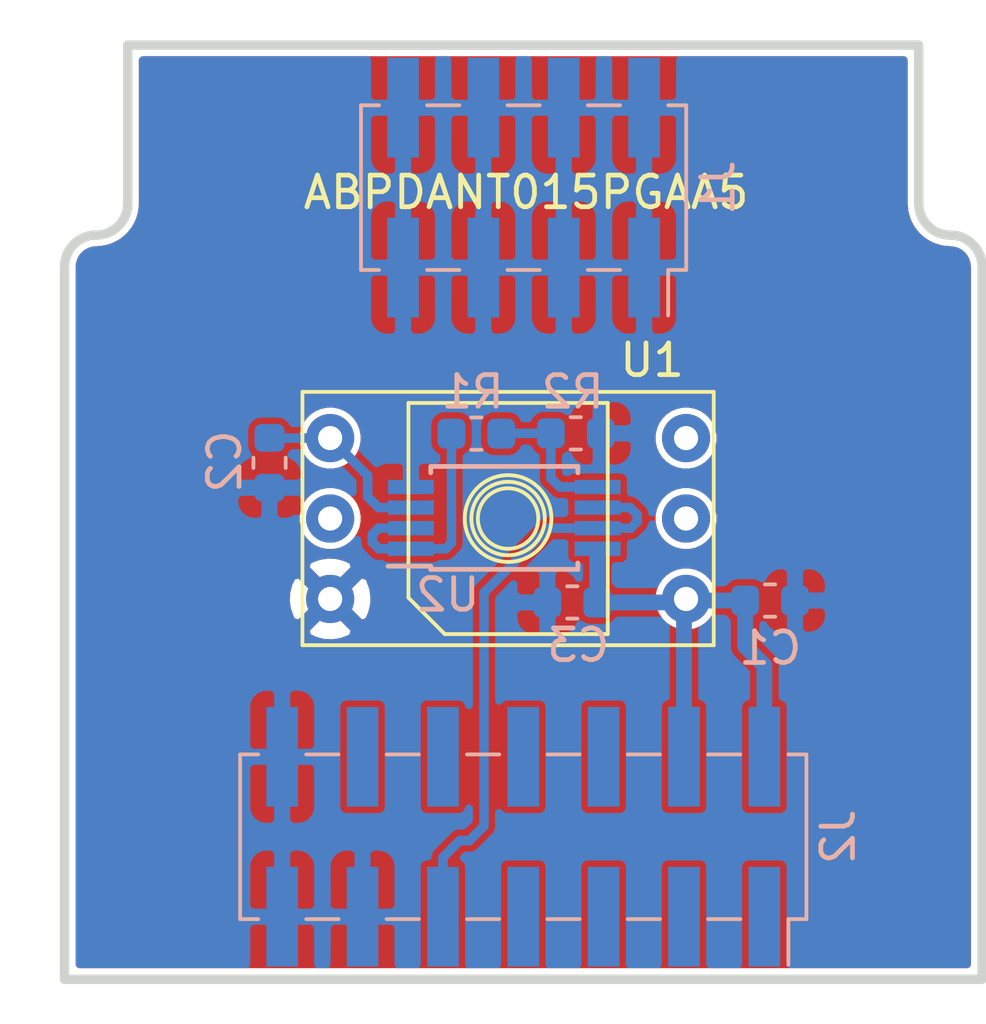
<source format=kicad_pcb>
(kicad_pcb (version 20171130) (host pcbnew 5.1.5-52549c5~86~ubuntu16.04.1)

  (general
    (thickness 1.6)
    (drawings 11)
    (tracks 47)
    (zones 0)
    (modules 9)
    (nets 17)
  )

  (page A4)
  (layers
    (0 F.Cu signal)
    (1 In1.Cu signal)
    (2 In2.Cu signal)
    (31 B.Cu signal)
    (32 B.Adhes user)
    (33 F.Adhes user)
    (34 B.Paste user)
    (35 F.Paste user)
    (36 B.SilkS user)
    (37 F.SilkS user)
    (38 B.Mask user)
    (39 F.Mask user)
    (40 Dwgs.User user)
    (41 Cmts.User user)
    (42 Eco1.User user)
    (43 Eco2.User user)
    (44 Edge.Cuts user)
    (45 Margin user)
    (46 B.CrtYd user)
    (47 F.CrtYd user)
    (48 B.Fab user hide)
    (49 F.Fab user hide)
  )

  (setup
    (last_trace_width 0.2)
    (user_trace_width 0.2)
    (user_trace_width 0.3)
    (user_trace_width 0.4)
    (user_trace_width 0.5)
    (user_trace_width 0.8)
    (user_trace_width 1)
    (user_trace_width 1.5)
    (user_trace_width 2)
    (user_trace_width 3)
    (trace_clearance 0.2)
    (zone_clearance 0.2)
    (zone_45_only yes)
    (trace_min 0.2)
    (via_size 0.8)
    (via_drill 0.4)
    (via_min_size 0.3)
    (via_min_drill 0.3)
    (user_via 0.6 0.3)
    (user_via 0.7 0.5)
    (user_via 1.2 0.8)
    (user_via 2 0.8)
    (uvia_size 0.8)
    (uvia_drill 0.4)
    (uvias_allowed no)
    (uvia_min_size 0.2)
    (uvia_min_drill 0.1)
    (edge_width 0.15)
    (segment_width 0.2)
    (pcb_text_width 0.3)
    (pcb_text_size 1.5 1.5)
    (mod_edge_width 0.15)
    (mod_text_size 1 1)
    (mod_text_width 0.15)
    (pad_size 0.6 1.65)
    (pad_drill 0)
    (pad_to_mask_clearance 0.2)
    (solder_mask_min_width 0.2)
    (aux_axis_origin 0 0)
    (visible_elements FFFFFF7F)
    (pcbplotparams
      (layerselection 0x010fc_ffffffff)
      (usegerberextensions false)
      (usegerberattributes false)
      (usegerberadvancedattributes false)
      (creategerberjobfile false)
      (excludeedgelayer true)
      (linewidth 0.100000)
      (plotframeref false)
      (viasonmask false)
      (mode 1)
      (useauxorigin false)
      (hpglpennumber 1)
      (hpglpenspeed 20)
      (hpglpendiameter 15.000000)
      (psnegative false)
      (psa4output false)
      (plotreference true)
      (plotvalue true)
      (plotinvisibletext false)
      (padsonsilk false)
      (subtractmaskfromsilk false)
      (outputformat 1)
      (mirror false)
      (drillshape 0)
      (scaleselection 1)
      (outputdirectory "gerber/"))
  )

  (net 0 "")
  (net 1 GND)
  (net 2 "Net-(C2-Pad1)")
  (net 3 +5V)
  (net 4 +3V3)
  (net 5 /I2C_CLK)
  (net 6 /SPI_CS)
  (net 7 /I2C_SDA)
  (net 8 /SPI_CLK)
  (net 9 /Analog)
  (net 10 /SPI_MISO)
  (net 11 /SPI_MOSI)
  (net 12 "Net-(R1-Pad1)")
  (net 13 "Net-(R1-Pad2)")
  (net 14 "Net-(U1-Pad2)")
  (net 15 "Net-(U1-Pad4)")
  (net 16 "Net-(U1-Pad5)")

  (net_class Default "This is the default net class."
    (clearance 0.2)
    (trace_width 0.2)
    (via_dia 0.8)
    (via_drill 0.4)
    (uvia_dia 0.8)
    (uvia_drill 0.4)
    (add_net +3V3)
    (add_net +5V)
    (add_net /Analog)
    (add_net /I2C_CLK)
    (add_net /I2C_SDA)
    (add_net /SPI_CLK)
    (add_net /SPI_CS)
    (add_net /SPI_MISO)
    (add_net /SPI_MOSI)
    (add_net GND)
    (add_net "Net-(C2-Pad1)")
    (add_net "Net-(R1-Pad1)")
    (add_net "Net-(R1-Pad2)")
    (add_net "Net-(U1-Pad2)")
    (add_net "Net-(U1-Pad4)")
    (add_net "Net-(U1-Pad5)")
  )

  (module TH_project:DIP_AN (layer F.Cu) (tedit 5F07DDAE) (tstamp 5F0828B1)
    (at 112.47 45.03 90)
    (path /5F0827F7)
    (fp_text reference U1 (at 5 4.55) (layer F.SilkS)
      (effects (font (size 1 1) (thickness 0.15)))
    )
    (fp_text value ABPDANT060MGAA5 (at 4.85 -3.2) (layer F.Fab)
      (effects (font (size 1 1) (thickness 0.15)))
    )
    (fp_circle (center 0 0) (end 1.37 0) (layer F.SilkS) (width 0.12))
    (fp_circle (center 0 0) (end 0.955 0) (layer F.SilkS) (width 0.12))
    (fp_circle (center 0 0) (end 1.16 0) (layer F.SilkS) (width 0.12))
    (fp_line (start -4 -6.5) (end 4 -6.5) (layer F.SilkS) (width 0.12))
    (fp_line (start 4 6.5) (end -4 6.5) (layer F.SilkS) (width 0.12))
    (fp_line (start -4 6.5) (end -4 -6.5) (layer F.SilkS) (width 0.12))
    (fp_line (start -2.5 -3.15) (end 3.65 -3.15) (layer F.SilkS) (width 0.12))
    (fp_line (start 3.65 -3.15) (end 3.65 3.15) (layer F.SilkS) (width 0.12))
    (fp_line (start 3.65 3.15) (end -3.65 3.15) (layer F.SilkS) (width 0.12))
    (fp_line (start -3.65 3.15) (end -3.65 -2) (layer F.SilkS) (width 0.12))
    (fp_line (start -3.65 -2) (end -2.5 -3.15) (layer F.SilkS) (width 0.12))
    (fp_line (start 4 -6.5) (end 4 6.5) (layer F.SilkS) (width 0.12))
    (pad 1 thru_hole circle (at -2.54 -5.625 90) (size 1.524 1.524) (drill 0.762) (layers *.Cu *.Mask)
      (net 1 GND))
    (pad 2 thru_hole circle (at 0 -5.625 90) (size 1.524 1.524) (drill 0.762) (layers *.Cu *.Mask)
      (net 14 "Net-(U1-Pad2)"))
    (pad 3 thru_hole circle (at 2.54 -5.625 90) (size 1.524 1.524) (drill 0.762) (layers *.Cu *.Mask)
      (net 2 "Net-(C2-Pad1)"))
    (pad 4 thru_hole circle (at 2.54 5.625 90) (size 1.524 1.524) (drill 0.762) (layers *.Cu *.Mask)
      (net 15 "Net-(U1-Pad4)"))
    (pad 5 thru_hole circle (at 0 5.625 90) (size 1.524 1.524) (drill 0.762) (layers *.Cu *.Mask)
      (net 16 "Net-(U1-Pad5)"))
    (pad 6 thru_hole circle (at -2.54 5.625 90) (size 1.524 1.524) (drill 0.762) (layers *.Cu *.Mask)
      (net 3 +5V))
  )

  (module Capacitor_SMD:C_0603_1608Metric (layer B.Cu) (tedit 5B301BBE) (tstamp 5EF41D47)
    (at 120.75 47.62)
    (descr "Capacitor SMD 0603 (1608 Metric), square (rectangular) end terminal, IPC_7351 nominal, (Body size source: http://www.tortai-tech.com/upload/download/2011102023233369053.pdf), generated with kicad-footprint-generator")
    (tags capacitor)
    (path /5EF4B509)
    (attr smd)
    (fp_text reference C1 (at 0.01 1.5) (layer B.SilkS)
      (effects (font (size 1 1) (thickness 0.15)) (justify mirror))
    )
    (fp_text value 0.1u (at 0 -1.43) (layer B.Fab)
      (effects (font (size 1 1) (thickness 0.15)) (justify mirror))
    )
    (fp_line (start -0.8 -0.4) (end -0.8 0.4) (layer B.Fab) (width 0.1))
    (fp_line (start -0.8 0.4) (end 0.8 0.4) (layer B.Fab) (width 0.1))
    (fp_line (start 0.8 0.4) (end 0.8 -0.4) (layer B.Fab) (width 0.1))
    (fp_line (start 0.8 -0.4) (end -0.8 -0.4) (layer B.Fab) (width 0.1))
    (fp_line (start -0.162779 0.51) (end 0.162779 0.51) (layer B.SilkS) (width 0.12))
    (fp_line (start -0.162779 -0.51) (end 0.162779 -0.51) (layer B.SilkS) (width 0.12))
    (fp_line (start -1.48 -0.73) (end -1.48 0.73) (layer B.CrtYd) (width 0.05))
    (fp_line (start -1.48 0.73) (end 1.48 0.73) (layer B.CrtYd) (width 0.05))
    (fp_line (start 1.48 0.73) (end 1.48 -0.73) (layer B.CrtYd) (width 0.05))
    (fp_line (start 1.48 -0.73) (end -1.48 -0.73) (layer B.CrtYd) (width 0.05))
    (fp_text user %R (at 0 0) (layer B.Fab)
      (effects (font (size 0.4 0.4) (thickness 0.06)) (justify mirror))
    )
    (pad 1 smd roundrect (at -0.7875 0) (size 0.875 0.95) (layers B.Cu B.Paste B.Mask) (roundrect_rratio 0.25)
      (net 3 +5V))
    (pad 2 smd roundrect (at 0.7875 0) (size 0.875 0.95) (layers B.Cu B.Paste B.Mask) (roundrect_rratio 0.25)
      (net 1 GND))
    (model ${KISYS3DMOD}/Capacitor_SMD.3dshapes/C_0603_1608Metric.wrl
      (at (xyz 0 0 0))
      (scale (xyz 1 1 1))
      (rotate (xyz 0 0 0))
    )
  )

  (module Capacitor_SMD:C_0603_1608Metric (layer B.Cu) (tedit 5B301BBE) (tstamp 5EFE74DE)
    (at 104.93 43.27 270)
    (descr "Capacitor SMD 0603 (1608 Metric), square (rectangular) end terminal, IPC_7351 nominal, (Body size source: http://www.tortai-tech.com/upload/download/2011102023233369053.pdf), generated with kicad-footprint-generator")
    (tags capacitor)
    (path /5EF4E99C)
    (attr smd)
    (fp_text reference C2 (at -0.04 1.42 90) (layer B.SilkS)
      (effects (font (size 1 1) (thickness 0.15)) (justify mirror))
    )
    (fp_text value 1n (at 0 -1.43 90) (layer B.Fab)
      (effects (font (size 1 1) (thickness 0.15)) (justify mirror))
    )
    (fp_text user %R (at 0 0 90) (layer B.Fab)
      (effects (font (size 0.4 0.4) (thickness 0.06)) (justify mirror))
    )
    (fp_line (start 1.48 -0.73) (end -1.48 -0.73) (layer B.CrtYd) (width 0.05))
    (fp_line (start 1.48 0.73) (end 1.48 -0.73) (layer B.CrtYd) (width 0.05))
    (fp_line (start -1.48 0.73) (end 1.48 0.73) (layer B.CrtYd) (width 0.05))
    (fp_line (start -1.48 -0.73) (end -1.48 0.73) (layer B.CrtYd) (width 0.05))
    (fp_line (start -0.162779 -0.51) (end 0.162779 -0.51) (layer B.SilkS) (width 0.12))
    (fp_line (start -0.162779 0.51) (end 0.162779 0.51) (layer B.SilkS) (width 0.12))
    (fp_line (start 0.8 -0.4) (end -0.8 -0.4) (layer B.Fab) (width 0.1))
    (fp_line (start 0.8 0.4) (end 0.8 -0.4) (layer B.Fab) (width 0.1))
    (fp_line (start -0.8 0.4) (end 0.8 0.4) (layer B.Fab) (width 0.1))
    (fp_line (start -0.8 -0.4) (end -0.8 0.4) (layer B.Fab) (width 0.1))
    (pad 2 smd roundrect (at 0.7875 0 270) (size 0.875 0.95) (layers B.Cu B.Paste B.Mask) (roundrect_rratio 0.25)
      (net 1 GND))
    (pad 1 smd roundrect (at -0.7875 0 270) (size 0.875 0.95) (layers B.Cu B.Paste B.Mask) (roundrect_rratio 0.25)
      (net 2 "Net-(C2-Pad1)"))
    (model ${KISYS3DMOD}/Capacitor_SMD.3dshapes/C_0603_1608Metric.wrl
      (at (xyz 0 0 0))
      (scale (xyz 1 1 1))
      (rotate (xyz 0 0 0))
    )
  )

  (module Resistor_SMD:R_0603_1608Metric (layer B.Cu) (tedit 5B301BBD) (tstamp 5F07E957)
    (at 111.4675 42.35 180)
    (descr "Resistor SMD 0603 (1608 Metric), square (rectangular) end terminal, IPC_7351 nominal, (Body size source: http://www.tortai-tech.com/upload/download/2011102023233369053.pdf), generated with kicad-footprint-generator")
    (tags resistor)
    (path /5EF4514E)
    (attr smd)
    (fp_text reference R1 (at 0.1175 1.32) (layer B.SilkS)
      (effects (font (size 1 1) (thickness 0.15)) (justify mirror))
    )
    (fp_text value 11k3 (at 0 -1.43) (layer B.Fab)
      (effects (font (size 1 1) (thickness 0.15)) (justify mirror))
    )
    (fp_line (start -0.8 -0.4) (end -0.8 0.4) (layer B.Fab) (width 0.1))
    (fp_line (start -0.8 0.4) (end 0.8 0.4) (layer B.Fab) (width 0.1))
    (fp_line (start 0.8 0.4) (end 0.8 -0.4) (layer B.Fab) (width 0.1))
    (fp_line (start 0.8 -0.4) (end -0.8 -0.4) (layer B.Fab) (width 0.1))
    (fp_line (start -0.162779 0.51) (end 0.162779 0.51) (layer B.SilkS) (width 0.12))
    (fp_line (start -0.162779 -0.51) (end 0.162779 -0.51) (layer B.SilkS) (width 0.12))
    (fp_line (start -1.48 -0.73) (end -1.48 0.73) (layer B.CrtYd) (width 0.05))
    (fp_line (start -1.48 0.73) (end 1.48 0.73) (layer B.CrtYd) (width 0.05))
    (fp_line (start 1.48 0.73) (end 1.48 -0.73) (layer B.CrtYd) (width 0.05))
    (fp_line (start 1.48 -0.73) (end -1.48 -0.73) (layer B.CrtYd) (width 0.05))
    (fp_text user %R (at 0 0) (layer B.Fab)
      (effects (font (size 0.4 0.4) (thickness 0.06)) (justify mirror))
    )
    (pad 1 smd roundrect (at -0.7875 0 180) (size 0.875 0.95) (layers B.Cu B.Paste B.Mask) (roundrect_rratio 0.25)
      (net 12 "Net-(R1-Pad1)"))
    (pad 2 smd roundrect (at 0.7875 0 180) (size 0.875 0.95) (layers B.Cu B.Paste B.Mask) (roundrect_rratio 0.25)
      (net 13 "Net-(R1-Pad2)"))
    (model ${KISYS3DMOD}/Resistor_SMD.3dshapes/R_0603_1608Metric.wrl
      (at (xyz 0 0 0))
      (scale (xyz 1 1 1))
      (rotate (xyz 0 0 0))
    )
  )

  (module Resistor_SMD:R_0603_1608Metric (layer B.Cu) (tedit 5B301BBD) (tstamp 5F07E987)
    (at 114.61 42.34)
    (descr "Resistor SMD 0603 (1608 Metric), square (rectangular) end terminal, IPC_7351 nominal, (Body size source: http://www.tortai-tech.com/upload/download/2011102023233369053.pdf), generated with kicad-footprint-generator")
    (tags resistor)
    (path /5EF45EC3)
    (attr smd)
    (fp_text reference R2 (at -0.1 -1.31) (layer B.SilkS)
      (effects (font (size 1 1) (thickness 0.15)) (justify mirror))
    )
    (fp_text value 22k (at 0 -1.43) (layer B.Fab)
      (effects (font (size 1 1) (thickness 0.15)) (justify mirror))
    )
    (fp_text user %R (at 0 0) (layer B.Fab)
      (effects (font (size 0.4 0.4) (thickness 0.06)) (justify mirror))
    )
    (fp_line (start 1.48 -0.73) (end -1.48 -0.73) (layer B.CrtYd) (width 0.05))
    (fp_line (start 1.48 0.73) (end 1.48 -0.73) (layer B.CrtYd) (width 0.05))
    (fp_line (start -1.48 0.73) (end 1.48 0.73) (layer B.CrtYd) (width 0.05))
    (fp_line (start -1.48 -0.73) (end -1.48 0.73) (layer B.CrtYd) (width 0.05))
    (fp_line (start -0.162779 -0.51) (end 0.162779 -0.51) (layer B.SilkS) (width 0.12))
    (fp_line (start -0.162779 0.51) (end 0.162779 0.51) (layer B.SilkS) (width 0.12))
    (fp_line (start 0.8 -0.4) (end -0.8 -0.4) (layer B.Fab) (width 0.1))
    (fp_line (start 0.8 0.4) (end 0.8 -0.4) (layer B.Fab) (width 0.1))
    (fp_line (start -0.8 0.4) (end 0.8 0.4) (layer B.Fab) (width 0.1))
    (fp_line (start -0.8 -0.4) (end -0.8 0.4) (layer B.Fab) (width 0.1))
    (pad 2 smd roundrect (at 0.7875 0) (size 0.875 0.95) (layers B.Cu B.Paste B.Mask) (roundrect_rratio 0.25)
      (net 1 GND))
    (pad 1 smd roundrect (at -0.7875 0) (size 0.875 0.95) (layers B.Cu B.Paste B.Mask) (roundrect_rratio 0.25)
      (net 12 "Net-(R1-Pad1)"))
    (model ${KISYS3DMOD}/Resistor_SMD.3dshapes/R_0603_1608Metric.wrl
      (at (xyz 0 0 0))
      (scale (xyz 1 1 1))
      (rotate (xyz 0 0 0))
    )
  )

  (module Connector_PinHeader_2.54mm:PinHeader_2x07_P2.54mm_Vertical_SMD (layer B.Cu) (tedit 59FED5CC) (tstamp 5EF49BE1)
    (at 112.95 55.08 90)
    (descr "surface-mounted straight pin header, 2x07, 2.54mm pitch, double rows")
    (tags "Surface mounted pin header SMD 2x07 2.54mm double row")
    (path /5EF420CD)
    (attr smd)
    (fp_text reference J2 (at 0 9.95 90) (layer B.SilkS)
      (effects (font (size 1 1) (thickness 0.15)) (justify mirror))
    )
    (fp_text value Conn_02x07_Odd_Even (at 0 -9.95 90) (layer B.Fab)
      (effects (font (size 1 1) (thickness 0.15)) (justify mirror))
    )
    (fp_line (start 2.54 -8.89) (end -2.54 -8.89) (layer B.Fab) (width 0.1))
    (fp_line (start -1.59 8.89) (end 2.54 8.89) (layer B.Fab) (width 0.1))
    (fp_line (start -2.54 -8.89) (end -2.54 7.94) (layer B.Fab) (width 0.1))
    (fp_line (start -2.54 7.94) (end -1.59 8.89) (layer B.Fab) (width 0.1))
    (fp_line (start 2.54 8.89) (end 2.54 -8.89) (layer B.Fab) (width 0.1))
    (fp_line (start -2.54 7.94) (end -3.6 7.94) (layer B.Fab) (width 0.1))
    (fp_line (start -3.6 7.94) (end -3.6 7.3) (layer B.Fab) (width 0.1))
    (fp_line (start -3.6 7.3) (end -2.54 7.3) (layer B.Fab) (width 0.1))
    (fp_line (start 2.54 7.94) (end 3.6 7.94) (layer B.Fab) (width 0.1))
    (fp_line (start 3.6 7.94) (end 3.6 7.3) (layer B.Fab) (width 0.1))
    (fp_line (start 3.6 7.3) (end 2.54 7.3) (layer B.Fab) (width 0.1))
    (fp_line (start -2.54 5.4) (end -3.6 5.4) (layer B.Fab) (width 0.1))
    (fp_line (start -3.6 5.4) (end -3.6 4.76) (layer B.Fab) (width 0.1))
    (fp_line (start -3.6 4.76) (end -2.54 4.76) (layer B.Fab) (width 0.1))
    (fp_line (start 2.54 5.4) (end 3.6 5.4) (layer B.Fab) (width 0.1))
    (fp_line (start 3.6 5.4) (end 3.6 4.76) (layer B.Fab) (width 0.1))
    (fp_line (start 3.6 4.76) (end 2.54 4.76) (layer B.Fab) (width 0.1))
    (fp_line (start -2.54 2.86) (end -3.6 2.86) (layer B.Fab) (width 0.1))
    (fp_line (start -3.6 2.86) (end -3.6 2.22) (layer B.Fab) (width 0.1))
    (fp_line (start -3.6 2.22) (end -2.54 2.22) (layer B.Fab) (width 0.1))
    (fp_line (start 2.54 2.86) (end 3.6 2.86) (layer B.Fab) (width 0.1))
    (fp_line (start 3.6 2.86) (end 3.6 2.22) (layer B.Fab) (width 0.1))
    (fp_line (start 3.6 2.22) (end 2.54 2.22) (layer B.Fab) (width 0.1))
    (fp_line (start -2.54 0.32) (end -3.6 0.32) (layer B.Fab) (width 0.1))
    (fp_line (start -3.6 0.32) (end -3.6 -0.32) (layer B.Fab) (width 0.1))
    (fp_line (start -3.6 -0.32) (end -2.54 -0.32) (layer B.Fab) (width 0.1))
    (fp_line (start 2.54 0.32) (end 3.6 0.32) (layer B.Fab) (width 0.1))
    (fp_line (start 3.6 0.32) (end 3.6 -0.32) (layer B.Fab) (width 0.1))
    (fp_line (start 3.6 -0.32) (end 2.54 -0.32) (layer B.Fab) (width 0.1))
    (fp_line (start -2.54 -2.22) (end -3.6 -2.22) (layer B.Fab) (width 0.1))
    (fp_line (start -3.6 -2.22) (end -3.6 -2.86) (layer B.Fab) (width 0.1))
    (fp_line (start -3.6 -2.86) (end -2.54 -2.86) (layer B.Fab) (width 0.1))
    (fp_line (start 2.54 -2.22) (end 3.6 -2.22) (layer B.Fab) (width 0.1))
    (fp_line (start 3.6 -2.22) (end 3.6 -2.86) (layer B.Fab) (width 0.1))
    (fp_line (start 3.6 -2.86) (end 2.54 -2.86) (layer B.Fab) (width 0.1))
    (fp_line (start -2.54 -4.76) (end -3.6 -4.76) (layer B.Fab) (width 0.1))
    (fp_line (start -3.6 -4.76) (end -3.6 -5.4) (layer B.Fab) (width 0.1))
    (fp_line (start -3.6 -5.4) (end -2.54 -5.4) (layer B.Fab) (width 0.1))
    (fp_line (start 2.54 -4.76) (end 3.6 -4.76) (layer B.Fab) (width 0.1))
    (fp_line (start 3.6 -4.76) (end 3.6 -5.4) (layer B.Fab) (width 0.1))
    (fp_line (start 3.6 -5.4) (end 2.54 -5.4) (layer B.Fab) (width 0.1))
    (fp_line (start -2.54 -7.3) (end -3.6 -7.3) (layer B.Fab) (width 0.1))
    (fp_line (start -3.6 -7.3) (end -3.6 -7.94) (layer B.Fab) (width 0.1))
    (fp_line (start -3.6 -7.94) (end -2.54 -7.94) (layer B.Fab) (width 0.1))
    (fp_line (start 2.54 -7.3) (end 3.6 -7.3) (layer B.Fab) (width 0.1))
    (fp_line (start 3.6 -7.3) (end 3.6 -7.94) (layer B.Fab) (width 0.1))
    (fp_line (start 3.6 -7.94) (end 2.54 -7.94) (layer B.Fab) (width 0.1))
    (fp_line (start -2.6 8.95) (end 2.6 8.95) (layer B.SilkS) (width 0.12))
    (fp_line (start -2.6 -8.95) (end 2.6 -8.95) (layer B.SilkS) (width 0.12))
    (fp_line (start -4.04 8.38) (end -2.6 8.38) (layer B.SilkS) (width 0.12))
    (fp_line (start -2.6 8.95) (end -2.6 8.38) (layer B.SilkS) (width 0.12))
    (fp_line (start 2.6 8.95) (end 2.6 8.38) (layer B.SilkS) (width 0.12))
    (fp_line (start -2.6 -8.38) (end -2.6 -8.95) (layer B.SilkS) (width 0.12))
    (fp_line (start 2.6 -8.38) (end 2.6 -8.95) (layer B.SilkS) (width 0.12))
    (fp_line (start -2.6 6.86) (end -2.6 5.84) (layer B.SilkS) (width 0.12))
    (fp_line (start 2.6 6.86) (end 2.6 5.84) (layer B.SilkS) (width 0.12))
    (fp_line (start -2.6 4.32) (end -2.6 3.3) (layer B.SilkS) (width 0.12))
    (fp_line (start 2.6 4.32) (end 2.6 3.3) (layer B.SilkS) (width 0.12))
    (fp_line (start -2.6 1.78) (end -2.6 0.76) (layer B.SilkS) (width 0.12))
    (fp_line (start 2.6 1.78) (end 2.6 0.76) (layer B.SilkS) (width 0.12))
    (fp_line (start -2.6 -0.76) (end -2.6 -1.78) (layer B.SilkS) (width 0.12))
    (fp_line (start 2.6 -0.76) (end 2.6 -1.78) (layer B.SilkS) (width 0.12))
    (fp_line (start -2.6 -3.3) (end -2.6 -4.32) (layer B.SilkS) (width 0.12))
    (fp_line (start 2.6 -3.3) (end 2.6 -4.32) (layer B.SilkS) (width 0.12))
    (fp_line (start -2.6 -5.84) (end -2.6 -6.86) (layer B.SilkS) (width 0.12))
    (fp_line (start 2.6 -5.84) (end 2.6 -6.86) (layer B.SilkS) (width 0.12))
    (fp_line (start -5.9 9.4) (end -5.9 -9.4) (layer B.CrtYd) (width 0.05))
    (fp_line (start -5.9 -9.4) (end 5.9 -9.4) (layer B.CrtYd) (width 0.05))
    (fp_line (start 5.9 -9.4) (end 5.9 9.4) (layer B.CrtYd) (width 0.05))
    (fp_line (start 5.9 9.4) (end -5.9 9.4) (layer B.CrtYd) (width 0.05))
    (fp_text user %R (at 0 0 180) (layer B.Fab)
      (effects (font (size 1 1) (thickness 0.15)) (justify mirror))
    )
    (pad 1 smd rect (at -2.525 7.62 90) (size 3.15 1) (layers B.Cu B.Paste B.Mask)
      (net 4 +3V3))
    (pad 2 smd rect (at 2.525 7.62 90) (size 3.15 1) (layers B.Cu B.Paste B.Mask)
      (net 3 +5V))
    (pad 3 smd rect (at -2.525 5.08 90) (size 3.15 1) (layers B.Cu B.Paste B.Mask)
      (net 4 +3V3))
    (pad 4 smd rect (at 2.525 5.08 90) (size 3.15 1) (layers B.Cu B.Paste B.Mask)
      (net 3 +5V))
    (pad 5 smd rect (at -2.525 2.54 90) (size 3.15 1) (layers B.Cu B.Paste B.Mask)
      (net 5 /I2C_CLK))
    (pad 6 smd rect (at 2.525 2.54 90) (size 3.15 1) (layers B.Cu B.Paste B.Mask)
      (net 6 /SPI_CS))
    (pad 7 smd rect (at -2.525 0 90) (size 3.15 1) (layers B.Cu B.Paste B.Mask)
      (net 7 /I2C_SDA))
    (pad 8 smd rect (at 2.525 0 90) (size 3.15 1) (layers B.Cu B.Paste B.Mask)
      (net 8 /SPI_CLK))
    (pad 9 smd rect (at -2.525 -2.54 90) (size 3.15 1) (layers B.Cu B.Paste B.Mask)
      (net 9 /Analog))
    (pad 10 smd rect (at 2.525 -2.54 90) (size 3.15 1) (layers B.Cu B.Paste B.Mask)
      (net 10 /SPI_MISO))
    (pad 11 smd rect (at -2.525 -5.08 90) (size 3.15 1) (layers B.Cu B.Paste B.Mask)
      (net 1 GND))
    (pad 12 smd rect (at 2.525 -5.08 90) (size 3.15 1) (layers B.Cu B.Paste B.Mask)
      (net 11 /SPI_MOSI))
    (pad 13 smd rect (at -2.525 -7.62 90) (size 3.15 1) (layers B.Cu B.Paste B.Mask)
      (net 1 GND))
    (pad 14 smd rect (at 2.525 -7.62 90) (size 3.15 1) (layers B.Cu B.Paste B.Mask)
      (net 1 GND))
    (model ${KISYS3DMOD}/Connector_PinHeader_2.54mm.3dshapes/PinHeader_2x07_P2.54mm_Vertical_SMD.wrl
      (at (xyz 0 0 0))
      (scale (xyz 1 1 1))
      (rotate (xyz 0 0 0))
    )
  )

  (module Connector_PinHeader_2.54mm:PinHeader_2x04_P2.54mm_Vertical_SMD locked (layer B.Cu) (tedit 59FED5CC) (tstamp 5EF49E0D)
    (at 112.96 34.58 90)
    (descr "surface-mounted straight pin header, 2x04, 2.54mm pitch, double rows")
    (tags "Surface mounted pin header SMD 2x04 2.54mm double row")
    (path /5EF3F442)
    (attr smd)
    (fp_text reference J1 (at 0 6.14 90) (layer B.SilkS)
      (effects (font (size 1 1) (thickness 0.15)) (justify mirror))
    )
    (fp_text value Conn_02x04_Odd_Even (at 0 -6.14 90) (layer B.Fab)
      (effects (font (size 1 1) (thickness 0.15)) (justify mirror))
    )
    (fp_line (start 2.54 -5.08) (end -2.54 -5.08) (layer B.Fab) (width 0.1))
    (fp_line (start -1.59 5.08) (end 2.54 5.08) (layer B.Fab) (width 0.1))
    (fp_line (start -2.54 -5.08) (end -2.54 4.13) (layer B.Fab) (width 0.1))
    (fp_line (start -2.54 4.13) (end -1.59 5.08) (layer B.Fab) (width 0.1))
    (fp_line (start 2.54 5.08) (end 2.54 -5.08) (layer B.Fab) (width 0.1))
    (fp_line (start -2.54 4.13) (end -3.6 4.13) (layer B.Fab) (width 0.1))
    (fp_line (start -3.6 4.13) (end -3.6 3.49) (layer B.Fab) (width 0.1))
    (fp_line (start -3.6 3.49) (end -2.54 3.49) (layer B.Fab) (width 0.1))
    (fp_line (start 2.54 4.13) (end 3.6 4.13) (layer B.Fab) (width 0.1))
    (fp_line (start 3.6 4.13) (end 3.6 3.49) (layer B.Fab) (width 0.1))
    (fp_line (start 3.6 3.49) (end 2.54 3.49) (layer B.Fab) (width 0.1))
    (fp_line (start -2.54 1.59) (end -3.6 1.59) (layer B.Fab) (width 0.1))
    (fp_line (start -3.6 1.59) (end -3.6 0.95) (layer B.Fab) (width 0.1))
    (fp_line (start -3.6 0.95) (end -2.54 0.95) (layer B.Fab) (width 0.1))
    (fp_line (start 2.54 1.59) (end 3.6 1.59) (layer B.Fab) (width 0.1))
    (fp_line (start 3.6 1.59) (end 3.6 0.95) (layer B.Fab) (width 0.1))
    (fp_line (start 3.6 0.95) (end 2.54 0.95) (layer B.Fab) (width 0.1))
    (fp_line (start -2.54 -0.95) (end -3.6 -0.95) (layer B.Fab) (width 0.1))
    (fp_line (start -3.6 -0.95) (end -3.6 -1.59) (layer B.Fab) (width 0.1))
    (fp_line (start -3.6 -1.59) (end -2.54 -1.59) (layer B.Fab) (width 0.1))
    (fp_line (start 2.54 -0.95) (end 3.6 -0.95) (layer B.Fab) (width 0.1))
    (fp_line (start 3.6 -0.95) (end 3.6 -1.59) (layer B.Fab) (width 0.1))
    (fp_line (start 3.6 -1.59) (end 2.54 -1.59) (layer B.Fab) (width 0.1))
    (fp_line (start -2.54 -3.49) (end -3.6 -3.49) (layer B.Fab) (width 0.1))
    (fp_line (start -3.6 -3.49) (end -3.6 -4.13) (layer B.Fab) (width 0.1))
    (fp_line (start -3.6 -4.13) (end -2.54 -4.13) (layer B.Fab) (width 0.1))
    (fp_line (start 2.54 -3.49) (end 3.6 -3.49) (layer B.Fab) (width 0.1))
    (fp_line (start 3.6 -3.49) (end 3.6 -4.13) (layer B.Fab) (width 0.1))
    (fp_line (start 3.6 -4.13) (end 2.54 -4.13) (layer B.Fab) (width 0.1))
    (fp_line (start -2.6 5.14) (end 2.6 5.14) (layer B.SilkS) (width 0.12))
    (fp_line (start -2.6 -5.14) (end 2.6 -5.14) (layer B.SilkS) (width 0.12))
    (fp_line (start -4.04 4.57) (end -2.6 4.57) (layer B.SilkS) (width 0.12))
    (fp_line (start -2.6 5.14) (end -2.6 4.57) (layer B.SilkS) (width 0.12))
    (fp_line (start 2.6 5.14) (end 2.6 4.57) (layer B.SilkS) (width 0.12))
    (fp_line (start -2.6 -4.57) (end -2.6 -5.14) (layer B.SilkS) (width 0.12))
    (fp_line (start 2.6 -4.57) (end 2.6 -5.14) (layer B.SilkS) (width 0.12))
    (fp_line (start -2.6 3.05) (end -2.6 2.03) (layer B.SilkS) (width 0.12))
    (fp_line (start 2.6 3.05) (end 2.6 2.03) (layer B.SilkS) (width 0.12))
    (fp_line (start -2.6 0.51) (end -2.6 -0.51) (layer B.SilkS) (width 0.12))
    (fp_line (start 2.6 0.51) (end 2.6 -0.51) (layer B.SilkS) (width 0.12))
    (fp_line (start -2.6 -2.03) (end -2.6 -3.05) (layer B.SilkS) (width 0.12))
    (fp_line (start 2.6 -2.03) (end 2.6 -3.05) (layer B.SilkS) (width 0.12))
    (fp_line (start -5.9 5.6) (end -5.9 -5.6) (layer B.CrtYd) (width 0.05))
    (fp_line (start -5.9 -5.6) (end 5.9 -5.6) (layer B.CrtYd) (width 0.05))
    (fp_line (start 5.9 -5.6) (end 5.9 5.6) (layer B.CrtYd) (width 0.05))
    (fp_line (start 5.9 5.6) (end -5.9 5.6) (layer B.CrtYd) (width 0.05))
    (fp_text user %R (at 0 0 180) (layer B.Fab)
      (effects (font (size 1 1) (thickness 0.15)) (justify mirror))
    )
    (pad 1 smd rect (at -2.525 3.81 90) (size 3.15 1) (layers B.Cu B.Paste B.Mask)
      (net 1 GND))
    (pad 2 smd rect (at 2.525 3.81 90) (size 3.15 1) (layers B.Cu B.Paste B.Mask)
      (net 1 GND))
    (pad 3 smd rect (at -2.525 1.27 90) (size 3.15 1) (layers B.Cu B.Paste B.Mask)
      (net 1 GND))
    (pad 4 smd rect (at 2.525 1.27 90) (size 3.15 1) (layers B.Cu B.Paste B.Mask)
      (net 1 GND))
    (pad 5 smd rect (at -2.525 -1.27 90) (size 3.15 1) (layers B.Cu B.Paste B.Mask)
      (net 1 GND))
    (pad 6 smd rect (at 2.525 -1.27 90) (size 3.15 1) (layers B.Cu B.Paste B.Mask)
      (net 1 GND))
    (pad 7 smd rect (at -2.525 -3.81 90) (size 3.15 1) (layers B.Cu B.Paste B.Mask)
      (net 1 GND))
    (pad 8 smd rect (at 2.525 -3.81 90) (size 3.15 1) (layers B.Cu B.Paste B.Mask)
      (net 1 GND))
    (model ${KISYS3DMOD}/Connector_PinHeader_2.54mm.3dshapes/PinHeader_2x04_P2.54mm_Vertical_SMD.wrl
      (at (xyz 0 0 0))
      (scale (xyz 1 1 1))
      (rotate (xyz 0 0 0))
    )
  )

  (module Package_SO:TSSOP-8_4.4x3mm_P0.65mm (layer B.Cu) (tedit 5A02F25C) (tstamp 5F07E9C6)
    (at 112.35 45.01)
    (descr "8-Lead Plastic Thin Shrink Small Outline (ST)-4.4 mm Body [TSSOP] (see Microchip Packaging Specification 00000049BS.pdf)")
    (tags "SSOP 0.65")
    (path /5EFE46C6)
    (attr smd)
    (fp_text reference U2 (at -1.79 2.43) (layer B.SilkS)
      (effects (font (size 1 1) (thickness 0.15)) (justify mirror))
    )
    (fp_text value LM358 (at 0 -2.55) (layer B.Fab)
      (effects (font (size 1 1) (thickness 0.15)) (justify mirror))
    )
    (fp_line (start -1.2 1.5) (end 2.2 1.5) (layer B.Fab) (width 0.15))
    (fp_line (start 2.2 1.5) (end 2.2 -1.5) (layer B.Fab) (width 0.15))
    (fp_line (start 2.2 -1.5) (end -2.2 -1.5) (layer B.Fab) (width 0.15))
    (fp_line (start -2.2 -1.5) (end -2.2 0.5) (layer B.Fab) (width 0.15))
    (fp_line (start -2.2 0.5) (end -1.2 1.5) (layer B.Fab) (width 0.15))
    (fp_line (start -3.95 1.8) (end -3.95 -1.8) (layer B.CrtYd) (width 0.05))
    (fp_line (start 3.95 1.8) (end 3.95 -1.8) (layer B.CrtYd) (width 0.05))
    (fp_line (start -3.95 1.8) (end 3.95 1.8) (layer B.CrtYd) (width 0.05))
    (fp_line (start -3.95 -1.8) (end 3.95 -1.8) (layer B.CrtYd) (width 0.05))
    (fp_line (start -2.325 1.625) (end -2.325 1.525) (layer B.SilkS) (width 0.15))
    (fp_line (start 2.325 1.625) (end 2.325 1.425) (layer B.SilkS) (width 0.15))
    (fp_line (start 2.325 -1.625) (end 2.325 -1.425) (layer B.SilkS) (width 0.15))
    (fp_line (start -2.325 -1.625) (end -2.325 -1.425) (layer B.SilkS) (width 0.15))
    (fp_line (start -2.325 1.625) (end 2.325 1.625) (layer B.SilkS) (width 0.15))
    (fp_line (start -2.325 -1.625) (end 2.325 -1.625) (layer B.SilkS) (width 0.15))
    (fp_line (start -2.325 1.525) (end -3.675 1.525) (layer B.SilkS) (width 0.15))
    (fp_text user %R (at 0 0) (layer B.Fab)
      (effects (font (size 0.7 0.7) (thickness 0.15)) (justify mirror))
    )
    (pad 1 smd rect (at -2.95 0.975) (size 1.45 0.45) (layers B.Cu B.Paste B.Mask)
      (net 13 "Net-(R1-Pad2)"))
    (pad 2 smd rect (at -2.95 0.325) (size 1.45 0.45) (layers B.Cu B.Paste B.Mask)
      (net 13 "Net-(R1-Pad2)"))
    (pad 3 smd rect (at -2.95 -0.325) (size 1.45 0.45) (layers B.Cu B.Paste B.Mask)
      (net 2 "Net-(C2-Pad1)"))
    (pad 4 smd rect (at -2.95 -0.975) (size 1.45 0.45) (layers B.Cu B.Paste B.Mask)
      (net 1 GND))
    (pad 5 smd rect (at 2.95 -0.975) (size 1.45 0.45) (layers B.Cu B.Paste B.Mask)
      (net 12 "Net-(R1-Pad1)"))
    (pad 6 smd rect (at 2.95 -0.325) (size 1.45 0.45) (layers B.Cu B.Paste B.Mask)
      (net 9 /Analog))
    (pad 7 smd rect (at 2.95 0.325) (size 1.45 0.45) (layers B.Cu B.Paste B.Mask)
      (net 9 /Analog))
    (pad 8 smd rect (at 2.95 0.975) (size 1.45 0.45) (layers B.Cu B.Paste B.Mask)
      (net 3 +5V))
    (model ${KISYS3DMOD}/Package_SO.3dshapes/TSSOP-8_4.4x3mm_P0.65mm.wrl
      (at (xyz 0 0 0))
      (scale (xyz 1 1 1))
      (rotate (xyz 0 0 0))
    )
  )

  (module Capacitor_SMD:C_0603_1608Metric (layer B.Cu) (tedit 5B301BBE) (tstamp 5F07E424)
    (at 114.5 47.68 180)
    (descr "Capacitor SMD 0603 (1608 Metric), square (rectangular) end terminal, IPC_7351 nominal, (Body size source: http://www.tortai-tech.com/upload/download/2011102023233369053.pdf), generated with kicad-footprint-generator")
    (tags capacitor)
    (path /5F080BFC)
    (attr smd)
    (fp_text reference C3 (at -0.19 -1.35) (layer B.SilkS)
      (effects (font (size 1 1) (thickness 0.15)) (justify mirror))
    )
    (fp_text value 0.1u (at 0 -1.43) (layer B.Fab)
      (effects (font (size 1 1) (thickness 0.15)) (justify mirror))
    )
    (fp_line (start -0.8 -0.4) (end -0.8 0.4) (layer B.Fab) (width 0.1))
    (fp_line (start -0.8 0.4) (end 0.8 0.4) (layer B.Fab) (width 0.1))
    (fp_line (start 0.8 0.4) (end 0.8 -0.4) (layer B.Fab) (width 0.1))
    (fp_line (start 0.8 -0.4) (end -0.8 -0.4) (layer B.Fab) (width 0.1))
    (fp_line (start -0.162779 0.51) (end 0.162779 0.51) (layer B.SilkS) (width 0.12))
    (fp_line (start -0.162779 -0.51) (end 0.162779 -0.51) (layer B.SilkS) (width 0.12))
    (fp_line (start -1.48 -0.73) (end -1.48 0.73) (layer B.CrtYd) (width 0.05))
    (fp_line (start -1.48 0.73) (end 1.48 0.73) (layer B.CrtYd) (width 0.05))
    (fp_line (start 1.48 0.73) (end 1.48 -0.73) (layer B.CrtYd) (width 0.05))
    (fp_line (start 1.48 -0.73) (end -1.48 -0.73) (layer B.CrtYd) (width 0.05))
    (fp_text user %R (at 0 0) (layer B.Fab)
      (effects (font (size 0.4 0.4) (thickness 0.06)) (justify mirror))
    )
    (pad 1 smd roundrect (at -0.7875 0 180) (size 0.875 0.95) (layers B.Cu B.Paste B.Mask) (roundrect_rratio 0.25)
      (net 3 +5V))
    (pad 2 smd roundrect (at 0.7875 0 180) (size 0.875 0.95) (layers B.Cu B.Paste B.Mask) (roundrect_rratio 0.25)
      (net 1 GND))
    (model ${KISYS3DMOD}/Capacitor_SMD.3dshapes/C_0603_1608Metric.wrl
      (at (xyz 0 0 0))
      (scale (xyz 1 1 1))
      (rotate (xyz 0 0 0))
    )
  )

  (gr_text ABPDANT015PGAA5 (at 113.04 34.73) (layer F.SilkS)
    (effects (font (size 1 1) (thickness 0.15)))
  )
  (gr_arc (start 99.45 35.08) (end 99.45 36.08) (angle -90) (layer Edge.Cuts) (width 0.3) (tstamp 5EF415DC))
  (gr_arc (start 99.45 37.08) (end 99.45 36.08) (angle -90) (layer Edge.Cuts) (width 0.3) (tstamp 5EF415DB))
  (gr_line (start 100.45 35.08) (end 100.45 30.08) (layer Edge.Cuts) (width 0.3) (tstamp 5EF415DA))
  (gr_line (start 98.45 37.08) (end 98.45 59.58) (layer Edge.Cuts) (width 0.3) (tstamp 5EF415D9))
  (gr_line (start 100.45 30.08) (end 125.45 30.08) (layer Edge.Cuts) (width 0.3) (tstamp 5EF415D8))
  (gr_line (start 125.45 30.08) (end 125.45 35.08) (layer Edge.Cuts) (width 0.3) (tstamp 5EF415D7))
  (gr_arc (start 126.45 35.08) (end 125.45 35.08) (angle -90) (layer Edge.Cuts) (width 0.3) (tstamp 5EF415D6))
  (gr_arc (start 126.45 37.08) (end 127.45 37.08) (angle -90) (layer Edge.Cuts) (width 0.3) (tstamp 5EF415D5))
  (gr_line (start 127.45 37.08) (end 127.45 59.58) (layer Edge.Cuts) (width 0.3) (tstamp 5EF415D4))
  (gr_line (start 127.45 59.58) (end 98.45 59.58) (layer Edge.Cuts) (width 0.3) (tstamp 5EF415D3))

  (segment (start 108.375 44.685) (end 108.03 44.34) (width 0.3) (layer B.Cu) (net 2))
  (segment (start 109.4 44.685) (end 108.375 44.685) (width 0.3) (layer B.Cu) (net 2))
  (segment (start 108.03 43.675) (end 106.845 42.49) (width 0.3) (layer B.Cu) (net 2))
  (segment (start 108.03 44.34) (end 108.03 43.675) (width 0.3) (layer B.Cu) (net 2))
  (segment (start 104.9375 42.49) (end 104.93 42.4825) (width 0.3) (layer B.Cu) (net 2))
  (segment (start 106.845 42.49) (end 104.9375 42.49) (width 0.3) (layer B.Cu) (net 2))
  (segment (start 118.03 50.68) (end 118.03 52.555) (width 0.3) (layer B.Cu) (net 3))
  (segment (start 118.03 49.66) (end 118.03 50.68) (width 0.3) (layer B.Cu) (net 3))
  (segment (start 118.03 47.635) (end 118.095 47.57) (width 0.5) (layer B.Cu) (net 3))
  (segment (start 118.03 52.555) (end 118.03 47.635) (width 0.5) (layer B.Cu) (net 3))
  (segment (start 118.145 47.62) (end 118.095 47.57) (width 0.5) (layer B.Cu) (net 3))
  (segment (start 119.9625 47.62) (end 118.145 47.62) (width 0.5) (layer B.Cu) (net 3))
  (segment (start 120.57 52.555) (end 120.57 49.67) (width 0.5) (layer B.Cu) (net 3))
  (segment (start 119.9625 49.0625) (end 119.9625 47.62) (width 0.5) (layer B.Cu) (net 3))
  (segment (start 120.57 49.67) (end 119.9625 49.0625) (width 0.5) (layer B.Cu) (net 3))
  (segment (start 115.2875 45.9975) (end 115.3 45.985) (width 0.3) (layer B.Cu) (net 3))
  (segment (start 115.2875 47.68) (end 115.2875 45.9975) (width 0.3) (layer B.Cu) (net 3))
  (segment (start 115.2875 46.022501) (end 115.3 46.010001) (width 0.5) (layer B.Cu) (net 3))
  (segment (start 115.2875 47.68) (end 115.2875 46.022501) (width 0.5) (layer B.Cu) (net 3))
  (segment (start 117.985 47.68) (end 118.095 47.57) (width 0.5) (layer B.Cu) (net 3))
  (segment (start 115.2875 47.68) (end 117.985 47.68) (width 0.5) (layer B.Cu) (net 3))
  (segment (start 115.49 53.81) (end 115.49 52.607919) (width 0.5) (layer B.Cu) (net 6))
  (segment (start 116.345 45.335) (end 115.3 45.335) (width 0.3) (layer B.Cu) (net 9) (tstamp 5F07E93C))
  (segment (start 115.3 44.685) (end 116.325 44.685) (width 0.3) (layer B.Cu) (net 9) (tstamp 5F07E939))
  (segment (start 116.325 44.685) (end 116.55 44.91) (width 0.3) (layer B.Cu) (net 9) (tstamp 5F07E945))
  (segment (start 116.55 45.13) (end 116.345 45.335) (width 0.3) (layer B.Cu) (net 9) (tstamp 5F07E942))
  (segment (start 116.55 44.91) (end 116.55 45.13) (width 0.3) (layer B.Cu) (net 9) (tstamp 5F07E93F))
  (segment (start 110.41 55.73) (end 110.94 55.2) (width 0.3) (layer B.Cu) (net 9))
  (segment (start 110.41 57.605) (end 110.41 55.73) (width 0.3) (layer B.Cu) (net 9))
  (segment (start 110.94 55.2) (end 111.25 55.2) (width 0.3) (layer B.Cu) (net 9))
  (segment (start 111.25 55.2) (end 111.71 54.74) (width 0.3) (layer B.Cu) (net 9))
  (segment (start 111.71 54.74) (end 111.71 47.37) (width 0.3) (layer B.Cu) (net 9))
  (segment (start 113.745 45.335) (end 115.3 45.335) (width 0.3) (layer B.Cu) (net 9))
  (segment (start 111.71 47.37) (end 113.745 45.335) (width 0.3) (layer B.Cu) (net 9))
  (segment (start 112.265 42.34) (end 112.255 42.35) (width 0.3) (layer B.Cu) (net 12) (tstamp 5F07E921))
  (segment (start 113.8225 42.34) (end 112.265 42.34) (width 0.3) (layer B.Cu) (net 12) (tstamp 5F07E92D))
  (segment (start 115.3 44.035) (end 114.105 44.035) (width 0.3) (layer B.Cu) (net 12) (tstamp 5F07E9A8))
  (segment (start 113.8225 43.7525) (end 113.8225 42.34) (width 0.3) (layer B.Cu) (net 12) (tstamp 5F07E936))
  (segment (start 114.105 44.035) (end 113.8225 43.7525) (width 0.3) (layer B.Cu) (net 12) (tstamp 5F07E92A))
  (segment (start 110.68 45.8) (end 110.68 42.35) (width 0.3) (layer B.Cu) (net 13) (tstamp 5F07E933))
  (segment (start 110.495 45.985) (end 110.68 45.8) (width 0.3) (layer B.Cu) (net 13) (tstamp 5F07E930))
  (segment (start 109.4 45.985) (end 110.495 45.985) (width 0.3) (layer B.Cu) (net 13) (tstamp 5F07E918))
  (segment (start 108.385 45.985) (end 109.4 45.985) (width 0.3) (layer B.Cu) (net 13) (tstamp 5F07E91E))
  (segment (start 109.4 45.335) (end 108.375 45.335) (width 0.3) (layer B.Cu) (net 13) (tstamp 5F07E91B))
  (segment (start 108.18 45.53) (end 108.18 45.78) (width 0.3) (layer B.Cu) (net 13) (tstamp 5F07E927))
  (segment (start 108.375 45.335) (end 108.18 45.53) (width 0.3) (layer B.Cu) (net 13) (tstamp 5F07E915))
  (segment (start 108.18 45.78) (end 108.385 45.985) (width 0.3) (layer B.Cu) (net 13) (tstamp 5F07E924))

  (zone (net 1) (net_name GND) (layer B.Cu) (tstamp 0) (hatch edge 0.508)
    (connect_pads (clearance 0.2))
    (min_thickness 0.254)
    (fill yes (arc_segments 32) (thermal_gap 0.508) (thermal_bridge_width 0.508))
    (polygon
      (pts
        (xy 127.45 59.6) (xy 96.41 59.6) (xy 96.41 30.01) (xy 127.45 30.01)
      )
    )
    (filled_polygon
      (pts
        (xy 108.015 31.76925) (xy 108.17375 31.928) (xy 109.023 31.928) (xy 109.023 31.908) (xy 109.277 31.908)
        (xy 109.277 31.928) (xy 110.12625 31.928) (xy 110.285 31.76925) (xy 110.287889 30.557) (xy 110.552111 30.557)
        (xy 110.555 31.76925) (xy 110.71375 31.928) (xy 111.563 31.928) (xy 111.563 31.908) (xy 111.817 31.908)
        (xy 111.817 31.928) (xy 112.66625 31.928) (xy 112.825 31.76925) (xy 112.827889 30.557) (xy 113.092111 30.557)
        (xy 113.095 31.76925) (xy 113.25375 31.928) (xy 114.103 31.928) (xy 114.103 31.908) (xy 114.357 31.908)
        (xy 114.357 31.928) (xy 115.20625 31.928) (xy 115.365 31.76925) (xy 115.367889 30.557) (xy 115.632111 30.557)
        (xy 115.635 31.76925) (xy 115.79375 31.928) (xy 116.643 31.928) (xy 116.643 31.908) (xy 116.897 31.908)
        (xy 116.897 31.928) (xy 117.74625 31.928) (xy 117.905 31.76925) (xy 117.907889 30.557) (xy 124.973 30.557)
        (xy 124.973001 35.103423) (xy 124.97503 35.124025) (xy 124.974987 35.130214) (xy 124.975637 35.136842) (xy 124.996038 35.330939)
        (xy 125.004734 35.373303) (xy 125.012832 35.415755) (xy 125.014756 35.422126) (xy 125.014757 35.422132) (xy 125.014759 35.422138)
        (xy 125.072469 35.608568) (xy 125.08922 35.648418) (xy 125.105417 35.688508) (xy 125.108542 35.694384) (xy 125.108544 35.694389)
        (xy 125.108547 35.694393) (xy 125.201369 35.866065) (xy 125.225564 35.901936) (xy 125.249218 35.938084) (xy 125.25342 35.943236)
        (xy 125.253426 35.943244) (xy 125.253433 35.943251) (xy 125.377832 36.093623) (xy 125.408498 36.124076) (xy 125.438756 36.154975)
        (xy 125.443882 36.159214) (xy 125.443888 36.15922) (xy 125.443895 36.159224) (xy 125.59513 36.282569) (xy 125.631133 36.306489)
        (xy 125.666812 36.33092) (xy 125.672666 36.334084) (xy 125.67267 36.334087) (xy 125.672674 36.334089) (xy 125.844993 36.425712)
        (xy 125.884972 36.44219) (xy 125.9247 36.459218) (xy 125.931056 36.461185) (xy 125.931063 36.461188) (xy 125.93107 36.461189)
        (xy 126.117898 36.517597) (xy 126.160337 36.526) (xy 126.202595 36.534983) (xy 126.209212 36.535677) (xy 126.20922 36.535679)
        (xy 126.209228 36.535679) (xy 126.403452 36.554723) (xy 126.551139 36.569204) (xy 126.648432 36.598579) (xy 126.738159 36.646287)
        (xy 126.816911 36.710517) (xy 126.88169 36.78882) (xy 126.930026 36.878216) (xy 126.960077 36.975296) (xy 126.973 37.098248)
        (xy 126.973001 59.103) (xy 121.398582 59.103) (xy 121.398582 56.03) (xy 121.392268 55.965897) (xy 121.37357 55.904257)
        (xy 121.343206 55.84745) (xy 121.302343 55.797657) (xy 121.25255 55.756794) (xy 121.195743 55.72643) (xy 121.134103 55.707732)
        (xy 121.07 55.701418) (xy 120.07 55.701418) (xy 120.005897 55.707732) (xy 119.944257 55.72643) (xy 119.88745 55.756794)
        (xy 119.837657 55.797657) (xy 119.796794 55.84745) (xy 119.76643 55.904257) (xy 119.747732 55.965897) (xy 119.741418 56.03)
        (xy 119.741418 59.103) (xy 118.858582 59.103) (xy 118.858582 56.03) (xy 118.852268 55.965897) (xy 118.83357 55.904257)
        (xy 118.803206 55.84745) (xy 118.762343 55.797657) (xy 118.71255 55.756794) (xy 118.655743 55.72643) (xy 118.594103 55.707732)
        (xy 118.53 55.701418) (xy 117.53 55.701418) (xy 117.465897 55.707732) (xy 117.404257 55.72643) (xy 117.34745 55.756794)
        (xy 117.297657 55.797657) (xy 117.256794 55.84745) (xy 117.22643 55.904257) (xy 117.207732 55.965897) (xy 117.201418 56.03)
        (xy 117.201418 59.103) (xy 116.318582 59.103) (xy 116.318582 56.03) (xy 116.312268 55.965897) (xy 116.29357 55.904257)
        (xy 116.263206 55.84745) (xy 116.222343 55.797657) (xy 116.17255 55.756794) (xy 116.115743 55.72643) (xy 116.054103 55.707732)
        (xy 115.99 55.701418) (xy 114.99 55.701418) (xy 114.925897 55.707732) (xy 114.864257 55.72643) (xy 114.80745 55.756794)
        (xy 114.757657 55.797657) (xy 114.716794 55.84745) (xy 114.68643 55.904257) (xy 114.667732 55.965897) (xy 114.661418 56.03)
        (xy 114.661418 59.103) (xy 113.778582 59.103) (xy 113.778582 56.03) (xy 113.772268 55.965897) (xy 113.75357 55.904257)
        (xy 113.723206 55.84745) (xy 113.682343 55.797657) (xy 113.63255 55.756794) (xy 113.575743 55.72643) (xy 113.514103 55.707732)
        (xy 113.45 55.701418) (xy 112.45 55.701418) (xy 112.385897 55.707732) (xy 112.324257 55.72643) (xy 112.26745 55.756794)
        (xy 112.217657 55.797657) (xy 112.176794 55.84745) (xy 112.14643 55.904257) (xy 112.127732 55.965897) (xy 112.121418 56.03)
        (xy 112.121418 59.103) (xy 111.238582 59.103) (xy 111.238582 56.03) (xy 111.232268 55.965897) (xy 111.21357 55.904257)
        (xy 111.183206 55.84745) (xy 111.142343 55.797657) (xy 111.09255 55.756794) (xy 111.069895 55.744685) (xy 111.13758 55.677)
        (xy 111.226585 55.677) (xy 111.25 55.679306) (xy 111.273415 55.677) (xy 111.273423 55.677) (xy 111.343508 55.670097)
        (xy 111.433423 55.642822) (xy 111.516289 55.598529) (xy 111.588921 55.538921) (xy 111.603855 55.520724) (xy 112.030729 55.093851)
        (xy 112.048921 55.078921) (xy 112.108529 55.006289) (xy 112.152822 54.923423) (xy 112.180097 54.833508) (xy 112.187 54.763423)
        (xy 112.187 54.763416) (xy 112.189306 54.740001) (xy 112.187 54.716586) (xy 112.187 54.324986) (xy 112.217657 54.362343)
        (xy 112.26745 54.403206) (xy 112.324257 54.43357) (xy 112.385897 54.452268) (xy 112.45 54.458582) (xy 113.45 54.458582)
        (xy 113.514103 54.452268) (xy 113.575743 54.43357) (xy 113.63255 54.403206) (xy 113.682343 54.362343) (xy 113.723206 54.31255)
        (xy 113.75357 54.255743) (xy 113.772268 54.194103) (xy 113.778582 54.13) (xy 113.778582 50.98) (xy 114.661418 50.98)
        (xy 114.661418 54.13) (xy 114.667732 54.194103) (xy 114.68643 54.255743) (xy 114.716794 54.31255) (xy 114.757657 54.362343)
        (xy 114.80745 54.403206) (xy 114.864257 54.43357) (xy 114.925897 54.452268) (xy 114.99 54.458582) (xy 115.99 54.458582)
        (xy 116.054103 54.452268) (xy 116.115743 54.43357) (xy 116.17255 54.403206) (xy 116.222343 54.362343) (xy 116.263206 54.31255)
        (xy 116.29357 54.255743) (xy 116.312268 54.194103) (xy 116.318582 54.13) (xy 116.318582 50.98) (xy 116.312268 50.915897)
        (xy 116.29357 50.854257) (xy 116.263206 50.79745) (xy 116.222343 50.747657) (xy 116.17255 50.706794) (xy 116.115743 50.67643)
        (xy 116.054103 50.657732) (xy 115.99 50.651418) (xy 114.99 50.651418) (xy 114.925897 50.657732) (xy 114.864257 50.67643)
        (xy 114.80745 50.706794) (xy 114.757657 50.747657) (xy 114.716794 50.79745) (xy 114.68643 50.854257) (xy 114.667732 50.915897)
        (xy 114.661418 50.98) (xy 113.778582 50.98) (xy 113.772268 50.915897) (xy 113.75357 50.854257) (xy 113.723206 50.79745)
        (xy 113.682343 50.747657) (xy 113.63255 50.706794) (xy 113.575743 50.67643) (xy 113.514103 50.657732) (xy 113.45 50.651418)
        (xy 112.45 50.651418) (xy 112.385897 50.657732) (xy 112.324257 50.67643) (xy 112.26745 50.706794) (xy 112.217657 50.747657)
        (xy 112.187 50.785014) (xy 112.187 48.155) (xy 112.636928 48.155) (xy 112.649188 48.279482) (xy 112.685498 48.39918)
        (xy 112.744463 48.509494) (xy 112.823815 48.606185) (xy 112.920506 48.685537) (xy 113.03082 48.744502) (xy 113.150518 48.780812)
        (xy 113.275 48.793072) (xy 113.42675 48.79) (xy 113.5855 48.63125) (xy 113.5855 47.807) (xy 112.79875 47.807)
        (xy 112.64 47.96575) (xy 112.636928 48.155) (xy 112.187 48.155) (xy 112.187 47.567579) (xy 112.646471 47.108109)
        (xy 112.636928 47.205) (xy 112.64 47.39425) (xy 112.79875 47.553) (xy 113.5855 47.553) (xy 113.5855 46.72875)
        (xy 113.42675 46.57) (xy 113.275 46.566928) (xy 113.178109 46.576471) (xy 113.94258 45.812) (xy 114.246418 45.812)
        (xy 114.246418 46.21) (xy 114.252732 46.274103) (xy 114.27143 46.335743) (xy 114.301794 46.39255) (xy 114.342657 46.442343)
        (xy 114.39245 46.483206) (xy 114.449257 46.51357) (xy 114.510897 46.532268) (xy 114.575 46.538582) (xy 114.710501 46.538582)
        (xy 114.7105 46.906563) (xy 114.680537 46.850506) (xy 114.601185 46.753815) (xy 114.504494 46.674463) (xy 114.39418 46.615498)
        (xy 114.274482 46.579188) (xy 114.15 46.566928) (xy 113.99825 46.57) (xy 113.8395 46.72875) (xy 113.8395 47.553)
        (xy 113.8595 47.553) (xy 113.8595 47.807) (xy 113.8395 47.807) (xy 113.8395 48.63125) (xy 113.99825 48.79)
        (xy 114.15 48.793072) (xy 114.274482 48.780812) (xy 114.39418 48.744502) (xy 114.504494 48.685537) (xy 114.601185 48.606185)
        (xy 114.680537 48.509494) (xy 114.739502 48.39918) (xy 114.746423 48.376366) (xy 114.764669 48.39134) (xy 114.859295 48.441919)
        (xy 114.961971 48.473065) (xy 115.06875 48.483582) (xy 115.50625 48.483582) (xy 115.613029 48.473065) (xy 115.715705 48.441919)
        (xy 115.810331 48.39134) (xy 115.893272 48.323272) (xy 115.94766 48.257) (xy 117.24431 48.257) (xy 117.249119 48.264197)
        (xy 117.400803 48.415881) (xy 117.453001 48.450759) (xy 117.453 50.661644) (xy 117.404257 50.67643) (xy 117.34745 50.706794)
        (xy 117.297657 50.747657) (xy 117.256794 50.79745) (xy 117.22643 50.854257) (xy 117.207732 50.915897) (xy 117.201418 50.98)
        (xy 117.201418 54.13) (xy 117.207732 54.194103) (xy 117.22643 54.255743) (xy 117.256794 54.31255) (xy 117.297657 54.362343)
        (xy 117.34745 54.403206) (xy 117.404257 54.43357) (xy 117.465897 54.452268) (xy 117.53 54.458582) (xy 118.53 54.458582)
        (xy 118.594103 54.452268) (xy 118.655743 54.43357) (xy 118.71255 54.403206) (xy 118.762343 54.362343) (xy 118.803206 54.31255)
        (xy 118.83357 54.255743) (xy 118.852268 54.194103) (xy 118.858582 54.13) (xy 118.858582 50.98) (xy 118.852268 50.915897)
        (xy 118.83357 50.854257) (xy 118.803206 50.79745) (xy 118.762343 50.747657) (xy 118.71255 50.706794) (xy 118.655743 50.67643)
        (xy 118.607 50.661644) (xy 118.607 48.536648) (xy 118.610835 48.535059) (xy 118.789197 48.415881) (xy 118.940881 48.264197)
        (xy 118.985781 48.197) (xy 119.30234 48.197) (xy 119.356728 48.263272) (xy 119.385501 48.286885) (xy 119.3855 49.034169)
        (xy 119.38271 49.0625) (xy 119.393849 49.175611) (xy 119.398185 49.189903) (xy 119.426843 49.284375) (xy 119.480421 49.384614)
        (xy 119.552526 49.472474) (xy 119.574538 49.490539) (xy 119.993001 49.909002) (xy 119.993001 50.661644) (xy 119.944257 50.67643)
        (xy 119.88745 50.706794) (xy 119.837657 50.747657) (xy 119.796794 50.79745) (xy 119.76643 50.854257) (xy 119.747732 50.915897)
        (xy 119.741418 50.98) (xy 119.741418 54.13) (xy 119.747732 54.194103) (xy 119.76643 54.255743) (xy 119.796794 54.31255)
        (xy 119.837657 54.362343) (xy 119.88745 54.403206) (xy 119.944257 54.43357) (xy 120.005897 54.452268) (xy 120.07 54.458582)
        (xy 121.07 54.458582) (xy 121.134103 54.452268) (xy 121.195743 54.43357) (xy 121.25255 54.403206) (xy 121.302343 54.362343)
        (xy 121.343206 54.31255) (xy 121.37357 54.255743) (xy 121.392268 54.194103) (xy 121.398582 54.13) (xy 121.398582 50.98)
        (xy 121.392268 50.915897) (xy 121.37357 50.854257) (xy 121.343206 50.79745) (xy 121.302343 50.747657) (xy 121.25255 50.706794)
        (xy 121.195743 50.67643) (xy 121.147 50.661644) (xy 121.147 49.698331) (xy 121.14979 49.67) (xy 121.138651 49.556888)
        (xy 121.113043 49.472474) (xy 121.105657 49.448124) (xy 121.052079 49.347885) (xy 120.979974 49.260026) (xy 120.957962 49.241961)
        (xy 120.5395 48.823499) (xy 120.5395 48.393438) (xy 120.569463 48.449494) (xy 120.648815 48.546185) (xy 120.745506 48.625537)
        (xy 120.85582 48.684502) (xy 120.975518 48.720812) (xy 121.1 48.733072) (xy 121.25175 48.73) (xy 121.4105 48.57125)
        (xy 121.4105 47.747) (xy 121.6645 47.747) (xy 121.6645 48.57125) (xy 121.82325 48.73) (xy 121.975 48.733072)
        (xy 122.099482 48.720812) (xy 122.21918 48.684502) (xy 122.329494 48.625537) (xy 122.426185 48.546185) (xy 122.505537 48.449494)
        (xy 122.564502 48.33918) (xy 122.600812 48.219482) (xy 122.613072 48.095) (xy 122.61 47.90575) (xy 122.45125 47.747)
        (xy 121.6645 47.747) (xy 121.4105 47.747) (xy 121.3905 47.747) (xy 121.3905 47.493) (xy 121.4105 47.493)
        (xy 121.4105 46.66875) (xy 121.6645 46.66875) (xy 121.6645 47.493) (xy 122.45125 47.493) (xy 122.61 47.33425)
        (xy 122.613072 47.145) (xy 122.600812 47.020518) (xy 122.564502 46.90082) (xy 122.505537 46.790506) (xy 122.426185 46.693815)
        (xy 122.329494 46.614463) (xy 122.21918 46.555498) (xy 122.099482 46.519188) (xy 121.975 46.506928) (xy 121.82325 46.51)
        (xy 121.6645 46.66875) (xy 121.4105 46.66875) (xy 121.25175 46.51) (xy 121.1 46.506928) (xy 120.975518 46.519188)
        (xy 120.85582 46.555498) (xy 120.745506 46.614463) (xy 120.648815 46.693815) (xy 120.569463 46.790506) (xy 120.510498 46.90082)
        (xy 120.503577 46.923634) (xy 120.485331 46.90866) (xy 120.390705 46.858081) (xy 120.288029 46.826935) (xy 120.18125 46.816418)
        (xy 119.74375 46.816418) (xy 119.636971 46.826935) (xy 119.534295 46.858081) (xy 119.439669 46.90866) (xy 119.356728 46.976728)
        (xy 119.30234 47.043) (xy 119.052599 47.043) (xy 118.940881 46.875803) (xy 118.789197 46.724119) (xy 118.610835 46.604941)
        (xy 118.41265 46.52285) (xy 118.202257 46.481) (xy 117.987743 46.481) (xy 117.77735 46.52285) (xy 117.579165 46.604941)
        (xy 117.400803 46.724119) (xy 117.249119 46.875803) (xy 117.129941 47.054165) (xy 117.109713 47.103) (xy 115.94766 47.103)
        (xy 115.893272 47.036728) (xy 115.8645 47.013115) (xy 115.8645 46.538582) (xy 116.025 46.538582) (xy 116.089103 46.532268)
        (xy 116.150743 46.51357) (xy 116.20755 46.483206) (xy 116.257343 46.442343) (xy 116.298206 46.39255) (xy 116.32857 46.335743)
        (xy 116.347268 46.274103) (xy 116.353582 46.21) (xy 116.353582 45.813461) (xy 116.368415 45.812) (xy 116.368423 45.812)
        (xy 116.438508 45.805097) (xy 116.528423 45.777822) (xy 116.611289 45.733529) (xy 116.683921 45.673921) (xy 116.698855 45.655724)
        (xy 116.870724 45.483855) (xy 116.888921 45.468921) (xy 116.948529 45.396289) (xy 116.992822 45.313423) (xy 117.020097 45.223508)
        (xy 117.02111 45.213221) (xy 117.04785 45.34765) (xy 117.129941 45.545835) (xy 117.249119 45.724197) (xy 117.400803 45.875881)
        (xy 117.579165 45.995059) (xy 117.77735 46.07715) (xy 117.987743 46.119) (xy 118.202257 46.119) (xy 118.41265 46.07715)
        (xy 118.610835 45.995059) (xy 118.789197 45.875881) (xy 118.940881 45.724197) (xy 119.060059 45.545835) (xy 119.14215 45.34765)
        (xy 119.184 45.137257) (xy 119.184 44.922743) (xy 119.14215 44.71235) (xy 119.060059 44.514165) (xy 118.940881 44.335803)
        (xy 118.789197 44.184119) (xy 118.610835 44.064941) (xy 118.41265 43.98285) (xy 118.202257 43.941) (xy 117.987743 43.941)
        (xy 117.77735 43.98285) (xy 117.579165 44.064941) (xy 117.400803 44.184119) (xy 117.249119 44.335803) (xy 117.129941 44.514165)
        (xy 117.04785 44.71235) (xy 117.022428 44.840156) (xy 117.020097 44.816492) (xy 116.992822 44.726577) (xy 116.948529 44.643711)
        (xy 116.888921 44.571079) (xy 116.870724 44.556145) (xy 116.678855 44.364276) (xy 116.663921 44.346079) (xy 116.591289 44.286471)
        (xy 116.508423 44.242178) (xy 116.418508 44.214903) (xy 116.353582 44.208508) (xy 116.353582 43.81) (xy 116.347268 43.745897)
        (xy 116.32857 43.684257) (xy 116.298206 43.62745) (xy 116.257343 43.577657) (xy 116.20755 43.536794) (xy 116.150743 43.50643)
        (xy 116.089103 43.487732) (xy 116.025 43.481418) (xy 114.575 43.481418) (xy 114.510897 43.487732) (xy 114.449257 43.50643)
        (xy 114.39245 43.536794) (xy 114.36661 43.558) (xy 114.302579 43.558) (xy 114.2995 43.554921) (xy 114.2995 43.075837)
        (xy 114.345331 43.05134) (xy 114.363577 43.036366) (xy 114.370498 43.05918) (xy 114.429463 43.169494) (xy 114.508815 43.266185)
        (xy 114.605506 43.345537) (xy 114.71582 43.404502) (xy 114.835518 43.440812) (xy 114.96 43.453072) (xy 115.11175 43.45)
        (xy 115.2705 43.29125) (xy 115.2705 42.467) (xy 115.5245 42.467) (xy 115.5245 43.29125) (xy 115.68325 43.45)
        (xy 115.835 43.453072) (xy 115.959482 43.440812) (xy 116.07918 43.404502) (xy 116.189494 43.345537) (xy 116.286185 43.266185)
        (xy 116.365537 43.169494) (xy 116.424502 43.05918) (xy 116.460812 42.939482) (xy 116.473072 42.815) (xy 116.47 42.62575)
        (xy 116.31125 42.467) (xy 115.5245 42.467) (xy 115.2705 42.467) (xy 115.2505 42.467) (xy 115.2505 42.382743)
        (xy 117.006 42.382743) (xy 117.006 42.597257) (xy 117.04785 42.80765) (xy 117.129941 43.005835) (xy 117.249119 43.184197)
        (xy 117.400803 43.335881) (xy 117.579165 43.455059) (xy 117.77735 43.53715) (xy 117.987743 43.579) (xy 118.202257 43.579)
        (xy 118.41265 43.53715) (xy 118.610835 43.455059) (xy 118.789197 43.335881) (xy 118.940881 43.184197) (xy 119.060059 43.005835)
        (xy 119.14215 42.80765) (xy 119.184 42.597257) (xy 119.184 42.382743) (xy 119.14215 42.17235) (xy 119.060059 41.974165)
        (xy 118.940881 41.795803) (xy 118.789197 41.644119) (xy 118.610835 41.524941) (xy 118.41265 41.44285) (xy 118.202257 41.401)
        (xy 117.987743 41.401) (xy 117.77735 41.44285) (xy 117.579165 41.524941) (xy 117.400803 41.644119) (xy 117.249119 41.795803)
        (xy 117.129941 41.974165) (xy 117.04785 42.17235) (xy 117.006 42.382743) (xy 115.2505 42.382743) (xy 115.2505 42.213)
        (xy 115.2705 42.213) (xy 115.2705 41.38875) (xy 115.5245 41.38875) (xy 115.5245 42.213) (xy 116.31125 42.213)
        (xy 116.47 42.05425) (xy 116.473072 41.865) (xy 116.460812 41.740518) (xy 116.424502 41.62082) (xy 116.365537 41.510506)
        (xy 116.286185 41.413815) (xy 116.189494 41.334463) (xy 116.07918 41.275498) (xy 115.959482 41.239188) (xy 115.835 41.226928)
        (xy 115.68325 41.23) (xy 115.5245 41.38875) (xy 115.2705 41.38875) (xy 115.11175 41.23) (xy 114.96 41.226928)
        (xy 114.835518 41.239188) (xy 114.71582 41.275498) (xy 114.605506 41.334463) (xy 114.508815 41.413815) (xy 114.429463 41.510506)
        (xy 114.370498 41.62082) (xy 114.363577 41.643634) (xy 114.345331 41.62866) (xy 114.250705 41.578081) (xy 114.148029 41.546935)
        (xy 114.04125 41.536418) (xy 113.60375 41.536418) (xy 113.496971 41.546935) (xy 113.394295 41.578081) (xy 113.299669 41.62866)
        (xy 113.216728 41.696728) (xy 113.14866 41.779669) (xy 113.104118 41.863) (xy 112.968037 41.863) (xy 112.92884 41.789669)
        (xy 112.860772 41.706728) (xy 112.777831 41.63866) (xy 112.683205 41.588081) (xy 112.580529 41.556935) (xy 112.47375 41.546418)
        (xy 112.03625 41.546418) (xy 111.929471 41.556935) (xy 111.826795 41.588081) (xy 111.732169 41.63866) (xy 111.649228 41.706728)
        (xy 111.58116 41.789669) (xy 111.530581 41.884295) (xy 111.499435 41.986971) (xy 111.488918 42.09375) (xy 111.488918 42.60625)
        (xy 111.499435 42.713029) (xy 111.530581 42.815705) (xy 111.58116 42.910331) (xy 111.649228 42.993272) (xy 111.732169 43.06134)
        (xy 111.826795 43.111919) (xy 111.929471 43.143065) (xy 112.03625 43.153582) (xy 112.47375 43.153582) (xy 112.580529 43.143065)
        (xy 112.683205 43.111919) (xy 112.777831 43.06134) (xy 112.860772 42.993272) (xy 112.92884 42.910331) (xy 112.978727 42.817)
        (xy 113.104118 42.817) (xy 113.14866 42.900331) (xy 113.216728 42.983272) (xy 113.299669 43.05134) (xy 113.3455 43.075838)
        (xy 113.3455 43.729085) (xy 113.343194 43.7525) (xy 113.3455 43.775915) (xy 113.3455 43.775922) (xy 113.352403 43.846007)
        (xy 113.379678 43.935922) (xy 113.423971 44.018789) (xy 113.483579 44.091421) (xy 113.501776 44.106355) (xy 113.751145 44.355724)
        (xy 113.766079 44.373921) (xy 113.838711 44.433529) (xy 113.921577 44.477822) (xy 113.978206 44.495) (xy 114.011491 44.505097)
        (xy 114.020338 44.505968) (xy 114.081577 44.512) (xy 114.081584 44.512) (xy 114.104999 44.514306) (xy 114.128414 44.512)
        (xy 114.246418 44.512) (xy 114.246418 44.858) (xy 113.768415 44.858) (xy 113.745 44.855694) (xy 113.721585 44.858)
        (xy 113.721577 44.858) (xy 113.651492 44.864903) (xy 113.561577 44.892178) (xy 113.478711 44.936471) (xy 113.432857 44.974103)
        (xy 113.406079 44.996079) (xy 113.391149 45.014271) (xy 111.389271 47.01615) (xy 111.37108 47.031079) (xy 111.356151 47.04927)
        (xy 111.356148 47.049273) (xy 111.342134 47.06635) (xy 111.311472 47.103711) (xy 111.287796 47.148005) (xy 111.267178 47.186578)
        (xy 111.239903 47.276493) (xy 111.230694 47.37) (xy 111.233001 47.393425) (xy 111.233001 50.923334) (xy 111.232268 50.915897)
        (xy 111.21357 50.854257) (xy 111.183206 50.79745) (xy 111.142343 50.747657) (xy 111.09255 50.706794) (xy 111.035743 50.67643)
        (xy 110.974103 50.657732) (xy 110.91 50.651418) (xy 109.91 50.651418) (xy 109.845897 50.657732) (xy 109.784257 50.67643)
        (xy 109.72745 50.706794) (xy 109.677657 50.747657) (xy 109.636794 50.79745) (xy 109.60643 50.854257) (xy 109.587732 50.915897)
        (xy 109.581418 50.98) (xy 109.581418 54.13) (xy 109.587732 54.194103) (xy 109.60643 54.255743) (xy 109.636794 54.31255)
        (xy 109.677657 54.362343) (xy 109.72745 54.403206) (xy 109.784257 54.43357) (xy 109.845897 54.452268) (xy 109.91 54.458582)
        (xy 110.91 54.458582) (xy 110.974103 54.452268) (xy 111.035743 54.43357) (xy 111.09255 54.403206) (xy 111.142343 54.362343)
        (xy 111.183206 54.31255) (xy 111.21357 54.255743) (xy 111.232268 54.194103) (xy 111.233 54.186671) (xy 111.233 54.54242)
        (xy 111.052421 54.723) (xy 110.963414 54.723) (xy 110.939999 54.720694) (xy 110.916584 54.723) (xy 110.916577 54.723)
        (xy 110.846492 54.729903) (xy 110.756577 54.757178) (xy 110.673711 54.801471) (xy 110.601079 54.861079) (xy 110.586149 54.879271)
        (xy 110.089271 55.37615) (xy 110.07108 55.391079) (xy 110.011472 55.463711) (xy 109.992362 55.499463) (xy 109.967178 55.546578)
        (xy 109.939903 55.636493) (xy 109.933509 55.701418) (xy 109.91 55.701418) (xy 109.845897 55.707732) (xy 109.784257 55.72643)
        (xy 109.72745 55.756794) (xy 109.677657 55.797657) (xy 109.636794 55.84745) (xy 109.60643 55.904257) (xy 109.587732 55.965897)
        (xy 109.581418 56.03) (xy 109.581418 59.103) (xy 109.007889 59.103) (xy 109.005 57.89075) (xy 108.84625 57.732)
        (xy 107.997 57.732) (xy 107.997 57.752) (xy 107.743 57.752) (xy 107.743 57.732) (xy 106.89375 57.732)
        (xy 106.735 57.89075) (xy 106.732111 59.103) (xy 106.467889 59.103) (xy 106.465 57.89075) (xy 106.30625 57.732)
        (xy 105.457 57.732) (xy 105.457 57.752) (xy 105.203 57.752) (xy 105.203 57.732) (xy 104.35375 57.732)
        (xy 104.195 57.89075) (xy 104.192111 59.103) (xy 98.927 59.103) (xy 98.927 56.03) (xy 104.191928 56.03)
        (xy 104.195 57.31925) (xy 104.35375 57.478) (xy 105.203 57.478) (xy 105.203 55.55375) (xy 105.457 55.55375)
        (xy 105.457 57.478) (xy 106.30625 57.478) (xy 106.465 57.31925) (xy 106.468072 56.03) (xy 106.731928 56.03)
        (xy 106.735 57.31925) (xy 106.89375 57.478) (xy 107.743 57.478) (xy 107.743 55.55375) (xy 107.997 55.55375)
        (xy 107.997 57.478) (xy 108.84625 57.478) (xy 109.005 57.31925) (xy 109.008072 56.03) (xy 108.995812 55.905518)
        (xy 108.959502 55.78582) (xy 108.900537 55.675506) (xy 108.821185 55.578815) (xy 108.724494 55.499463) (xy 108.61418 55.440498)
        (xy 108.494482 55.404188) (xy 108.37 55.391928) (xy 108.15575 55.395) (xy 107.997 55.55375) (xy 107.743 55.55375)
        (xy 107.58425 55.395) (xy 107.37 55.391928) (xy 107.245518 55.404188) (xy 107.12582 55.440498) (xy 107.015506 55.499463)
        (xy 106.918815 55.578815) (xy 106.839463 55.675506) (xy 106.780498 55.78582) (xy 106.744188 55.905518) (xy 106.731928 56.03)
        (xy 106.468072 56.03) (xy 106.455812 55.905518) (xy 106.419502 55.78582) (xy 106.360537 55.675506) (xy 106.281185 55.578815)
        (xy 106.184494 55.499463) (xy 106.07418 55.440498) (xy 105.954482 55.404188) (xy 105.83 55.391928) (xy 105.61575 55.395)
        (xy 105.457 55.55375) (xy 105.203 55.55375) (xy 105.04425 55.395) (xy 104.83 55.391928) (xy 104.705518 55.404188)
        (xy 104.58582 55.440498) (xy 104.475506 55.499463) (xy 104.378815 55.578815) (xy 104.299463 55.675506) (xy 104.240498 55.78582)
        (xy 104.204188 55.905518) (xy 104.191928 56.03) (xy 98.927 56.03) (xy 98.927 54.13) (xy 104.191928 54.13)
        (xy 104.204188 54.254482) (xy 104.240498 54.37418) (xy 104.299463 54.484494) (xy 104.378815 54.581185) (xy 104.475506 54.660537)
        (xy 104.58582 54.719502) (xy 104.705518 54.755812) (xy 104.83 54.768072) (xy 105.04425 54.765) (xy 105.203 54.60625)
        (xy 105.203 52.682) (xy 105.457 52.682) (xy 105.457 54.60625) (xy 105.61575 54.765) (xy 105.83 54.768072)
        (xy 105.954482 54.755812) (xy 106.07418 54.719502) (xy 106.184494 54.660537) (xy 106.281185 54.581185) (xy 106.360537 54.484494)
        (xy 106.419502 54.37418) (xy 106.455812 54.254482) (xy 106.468072 54.13) (xy 106.465 52.84075) (xy 106.30625 52.682)
        (xy 105.457 52.682) (xy 105.203 52.682) (xy 104.35375 52.682) (xy 104.195 52.84075) (xy 104.191928 54.13)
        (xy 98.927 54.13) (xy 98.927 50.98) (xy 104.191928 50.98) (xy 104.195 52.26925) (xy 104.35375 52.428)
        (xy 105.203 52.428) (xy 105.203 50.50375) (xy 105.457 50.50375) (xy 105.457 52.428) (xy 106.30625 52.428)
        (xy 106.465 52.26925) (xy 106.468072 50.98) (xy 107.041418 50.98) (xy 107.041418 54.13) (xy 107.047732 54.194103)
        (xy 107.06643 54.255743) (xy 107.096794 54.31255) (xy 107.137657 54.362343) (xy 107.18745 54.403206) (xy 107.244257 54.43357)
        (xy 107.305897 54.452268) (xy 107.37 54.458582) (xy 108.37 54.458582) (xy 108.434103 54.452268) (xy 108.495743 54.43357)
        (xy 108.55255 54.403206) (xy 108.602343 54.362343) (xy 108.643206 54.31255) (xy 108.67357 54.255743) (xy 108.692268 54.194103)
        (xy 108.698582 54.13) (xy 108.698582 50.98) (xy 108.692268 50.915897) (xy 108.67357 50.854257) (xy 108.643206 50.79745)
        (xy 108.602343 50.747657) (xy 108.55255 50.706794) (xy 108.495743 50.67643) (xy 108.434103 50.657732) (xy 108.37 50.651418)
        (xy 107.37 50.651418) (xy 107.305897 50.657732) (xy 107.244257 50.67643) (xy 107.18745 50.706794) (xy 107.137657 50.747657)
        (xy 107.096794 50.79745) (xy 107.06643 50.854257) (xy 107.047732 50.915897) (xy 107.041418 50.98) (xy 106.468072 50.98)
        (xy 106.455812 50.855518) (xy 106.419502 50.73582) (xy 106.360537 50.625506) (xy 106.281185 50.528815) (xy 106.184494 50.449463)
        (xy 106.07418 50.390498) (xy 105.954482 50.354188) (xy 105.83 50.341928) (xy 105.61575 50.345) (xy 105.457 50.50375)
        (xy 105.203 50.50375) (xy 105.04425 50.345) (xy 104.83 50.341928) (xy 104.705518 50.354188) (xy 104.58582 50.390498)
        (xy 104.475506 50.449463) (xy 104.378815 50.528815) (xy 104.299463 50.625506) (xy 104.240498 50.73582) (xy 104.204188 50.855518)
        (xy 104.191928 50.98) (xy 98.927 50.98) (xy 98.927 48.535565) (xy 106.05904 48.535565) (xy 106.12602 48.775656)
        (xy 106.375048 48.892756) (xy 106.642135 48.959023) (xy 106.917017 48.97191) (xy 107.189133 48.930922) (xy 107.448023 48.837636)
        (xy 107.56398 48.775656) (xy 107.63096 48.535565) (xy 106.845 47.749605) (xy 106.05904 48.535565) (xy 98.927 48.535565)
        (xy 98.927 47.642017) (xy 105.44309 47.642017) (xy 105.484078 47.914133) (xy 105.577364 48.173023) (xy 105.639344 48.28898)
        (xy 105.879435 48.35596) (xy 106.665395 47.57) (xy 107.024605 47.57) (xy 107.810565 48.35596) (xy 108.050656 48.28898)
        (xy 108.167756 48.039952) (xy 108.234023 47.772865) (xy 108.24691 47.497983) (xy 108.205922 47.225867) (xy 108.112636 46.966977)
        (xy 108.050656 46.85102) (xy 107.810565 46.78404) (xy 107.024605 47.57) (xy 106.665395 47.57) (xy 105.879435 46.78404)
        (xy 105.639344 46.85102) (xy 105.522244 47.100048) (xy 105.455977 47.367135) (xy 105.44309 47.642017) (xy 98.927 47.642017)
        (xy 98.927 46.604435) (xy 106.05904 46.604435) (xy 106.845 47.390395) (xy 107.63096 46.604435) (xy 107.56398 46.364344)
        (xy 107.314952 46.247244) (xy 107.047865 46.180977) (xy 106.772983 46.16809) (xy 106.500867 46.209078) (xy 106.241977 46.302364)
        (xy 106.12602 46.364344) (xy 106.05904 46.604435) (xy 98.927 46.604435) (xy 98.927 44.495) (xy 103.816928 44.495)
        (xy 103.829188 44.619482) (xy 103.865498 44.73918) (xy 103.924463 44.849494) (xy 104.003815 44.946185) (xy 104.100506 45.025537)
        (xy 104.21082 45.084502) (xy 104.330518 45.120812) (xy 104.455 45.133072) (xy 104.64425 45.13) (xy 104.803 44.97125)
        (xy 104.803 44.1845) (xy 103.97875 44.1845) (xy 103.82 44.34325) (xy 103.816928 44.495) (xy 98.927 44.495)
        (xy 98.927 43.62) (xy 103.816928 43.62) (xy 103.82 43.77175) (xy 103.97875 43.9305) (xy 104.803 43.9305)
        (xy 104.803 43.9105) (xy 105.057 43.9105) (xy 105.057 43.9305) (xy 105.88125 43.9305) (xy 106.04 43.77175)
        (xy 106.043072 43.62) (xy 106.030812 43.495518) (xy 105.994502 43.37582) (xy 105.935537 43.265506) (xy 105.856185 43.168815)
        (xy 105.759494 43.089463) (xy 105.64918 43.030498) (xy 105.626366 43.023577) (xy 105.64134 43.005331) (xy 105.661828 42.967)
        (xy 105.863855 42.967) (xy 105.879941 43.005835) (xy 105.999119 43.184197) (xy 106.150803 43.335881) (xy 106.329165 43.455059)
        (xy 106.52735 43.53715) (xy 106.737743 43.579) (xy 106.952257 43.579) (xy 107.16265 43.53715) (xy 107.201485 43.521064)
        (xy 107.553001 43.872581) (xy 107.553 44.197922) (xy 107.539197 44.184119) (xy 107.360835 44.064941) (xy 107.16265 43.98285)
        (xy 106.952257 43.941) (xy 106.737743 43.941) (xy 106.52735 43.98285) (xy 106.329165 44.064941) (xy 106.150803 44.184119)
        (xy 106.015836 44.319086) (xy 105.88125 44.1845) (xy 105.057 44.1845) (xy 105.057 44.97125) (xy 105.21575 45.13)
        (xy 105.405 45.133072) (xy 105.529482 45.120812) (xy 105.64918 45.084502) (xy 105.756 45.027405) (xy 105.756 45.137257)
        (xy 105.79785 45.34765) (xy 105.879941 45.545835) (xy 105.999119 45.724197) (xy 106.150803 45.875881) (xy 106.329165 45.995059)
        (xy 106.52735 46.07715) (xy 106.737743 46.119) (xy 106.952257 46.119) (xy 107.16265 46.07715) (xy 107.360835 45.995059)
        (xy 107.539197 45.875881) (xy 107.690881 45.724197) (xy 107.703 45.70606) (xy 107.703 45.756585) (xy 107.700694 45.78)
        (xy 107.703 45.803415) (xy 107.703 45.803423) (xy 107.709903 45.873508) (xy 107.737178 45.963423) (xy 107.781472 46.046289)
        (xy 107.84108 46.118921) (xy 107.859271 46.13385) (xy 108.031145 46.305724) (xy 108.046079 46.323921) (xy 108.118711 46.383529)
        (xy 108.201577 46.427822) (xy 108.291492 46.455097) (xy 108.361577 46.462) (xy 108.361585 46.462) (xy 108.385 46.464306)
        (xy 108.408415 46.462) (xy 108.46661 46.462) (xy 108.49245 46.483206) (xy 108.549257 46.51357) (xy 108.610897 46.532268)
        (xy 108.675 46.538582) (xy 110.125 46.538582) (xy 110.189103 46.532268) (xy 110.250743 46.51357) (xy 110.30755 46.483206)
        (xy 110.33339 46.462) (xy 110.471585 46.462) (xy 110.495 46.464306) (xy 110.518415 46.462) (xy 110.518423 46.462)
        (xy 110.588508 46.455097) (xy 110.678423 46.427822) (xy 110.761289 46.383529) (xy 110.833921 46.323921) (xy 110.848855 46.305724)
        (xy 111.000724 46.153855) (xy 111.018921 46.138921) (xy 111.078529 46.066289) (xy 111.122822 45.983423) (xy 111.150097 45.893508)
        (xy 111.157 45.823423) (xy 111.157 45.823422) (xy 111.159307 45.8) (xy 111.157 45.776577) (xy 111.157 43.085837)
        (xy 111.202831 43.06134) (xy 111.285772 42.993272) (xy 111.35384 42.910331) (xy 111.404419 42.815705) (xy 111.435565 42.713029)
        (xy 111.446082 42.60625) (xy 111.446082 42.09375) (xy 111.435565 41.986971) (xy 111.404419 41.884295) (xy 111.35384 41.789669)
        (xy 111.285772 41.706728) (xy 111.202831 41.63866) (xy 111.108205 41.588081) (xy 111.005529 41.556935) (xy 110.89875 41.546418)
        (xy 110.46125 41.546418) (xy 110.354471 41.556935) (xy 110.251795 41.588081) (xy 110.157169 41.63866) (xy 110.074228 41.706728)
        (xy 110.00616 41.789669) (xy 109.955581 41.884295) (xy 109.924435 41.986971) (xy 109.913918 42.09375) (xy 109.913918 42.60625)
        (xy 109.924435 42.713029) (xy 109.955581 42.815705) (xy 110.00616 42.910331) (xy 110.074228 42.993272) (xy 110.157169 43.06134)
        (xy 110.203001 43.085838) (xy 110.203001 43.179295) (xy 110.115285 43.172002) (xy 109.68575 43.175) (xy 109.527 43.33375)
        (xy 109.527 43.937) (xy 109.547 43.937) (xy 109.547 44.131418) (xy 109.253 44.131418) (xy 109.253 43.937)
        (xy 109.273 43.937) (xy 109.273 43.33375) (xy 109.11425 43.175) (xy 108.684715 43.172002) (xy 108.560061 43.182366)
        (xy 108.439825 43.216849) (xy 108.328625 43.274126) (xy 108.314746 43.285167) (xy 107.876064 42.846485) (xy 107.89215 42.80765)
        (xy 107.934 42.597257) (xy 107.934 42.382743) (xy 107.89215 42.17235) (xy 107.810059 41.974165) (xy 107.690881 41.795803)
        (xy 107.539197 41.644119) (xy 107.360835 41.524941) (xy 107.16265 41.44285) (xy 106.952257 41.401) (xy 106.737743 41.401)
        (xy 106.52735 41.44285) (xy 106.329165 41.524941) (xy 106.150803 41.644119) (xy 105.999119 41.795803) (xy 105.879941 41.974165)
        (xy 105.863855 42.013) (xy 105.669846 42.013) (xy 105.64134 41.959669) (xy 105.573272 41.876728) (xy 105.490331 41.80866)
        (xy 105.395705 41.758081) (xy 105.293029 41.726935) (xy 105.18625 41.716418) (xy 104.67375 41.716418) (xy 104.566971 41.726935)
        (xy 104.464295 41.758081) (xy 104.369669 41.80866) (xy 104.286728 41.876728) (xy 104.21866 41.959669) (xy 104.168081 42.054295)
        (xy 104.136935 42.156971) (xy 104.126418 42.26375) (xy 104.126418 42.70125) (xy 104.136935 42.808029) (xy 104.168081 42.910705)
        (xy 104.21866 43.005331) (xy 104.233634 43.023577) (xy 104.21082 43.030498) (xy 104.100506 43.089463) (xy 104.003815 43.168815)
        (xy 103.924463 43.265506) (xy 103.865498 43.37582) (xy 103.829188 43.495518) (xy 103.816928 43.62) (xy 98.927 43.62)
        (xy 98.927 38.68) (xy 108.011928 38.68) (xy 108.024188 38.804482) (xy 108.060498 38.92418) (xy 108.119463 39.034494)
        (xy 108.198815 39.131185) (xy 108.295506 39.210537) (xy 108.40582 39.269502) (xy 108.525518 39.305812) (xy 108.65 39.318072)
        (xy 108.86425 39.315) (xy 109.023 39.15625) (xy 109.023 37.232) (xy 109.277 37.232) (xy 109.277 39.15625)
        (xy 109.43575 39.315) (xy 109.65 39.318072) (xy 109.774482 39.305812) (xy 109.89418 39.269502) (xy 110.004494 39.210537)
        (xy 110.101185 39.131185) (xy 110.180537 39.034494) (xy 110.239502 38.92418) (xy 110.275812 38.804482) (xy 110.288072 38.68)
        (xy 110.551928 38.68) (xy 110.564188 38.804482) (xy 110.600498 38.92418) (xy 110.659463 39.034494) (xy 110.738815 39.131185)
        (xy 110.835506 39.210537) (xy 110.94582 39.269502) (xy 111.065518 39.305812) (xy 111.19 39.318072) (xy 111.40425 39.315)
        (xy 111.563 39.15625) (xy 111.563 37.232) (xy 111.817 37.232) (xy 111.817 39.15625) (xy 111.97575 39.315)
        (xy 112.19 39.318072) (xy 112.314482 39.305812) (xy 112.43418 39.269502) (xy 112.544494 39.210537) (xy 112.641185 39.131185)
        (xy 112.720537 39.034494) (xy 112.779502 38.92418) (xy 112.815812 38.804482) (xy 112.828072 38.68) (xy 113.091928 38.68)
        (xy 113.104188 38.804482) (xy 113.140498 38.92418) (xy 113.199463 39.034494) (xy 113.278815 39.131185) (xy 113.375506 39.210537)
        (xy 113.48582 39.269502) (xy 113.605518 39.305812) (xy 113.73 39.318072) (xy 113.94425 39.315) (xy 114.103 39.15625)
        (xy 114.103 37.232) (xy 114.357 37.232) (xy 114.357 39.15625) (xy 114.51575 39.315) (xy 114.73 39.318072)
        (xy 114.854482 39.305812) (xy 114.97418 39.269502) (xy 115.084494 39.210537) (xy 115.181185 39.131185) (xy 115.260537 39.034494)
        (xy 115.319502 38.92418) (xy 115.355812 38.804482) (xy 115.368072 38.68) (xy 115.631928 38.68) (xy 115.644188 38.804482)
        (xy 115.680498 38.92418) (xy 115.739463 39.034494) (xy 115.818815 39.131185) (xy 115.915506 39.210537) (xy 116.02582 39.269502)
        (xy 116.145518 39.305812) (xy 116.27 39.318072) (xy 116.48425 39.315) (xy 116.643 39.15625) (xy 116.643 37.232)
        (xy 116.897 37.232) (xy 116.897 39.15625) (xy 117.05575 39.315) (xy 117.27 39.318072) (xy 117.394482 39.305812)
        (xy 117.51418 39.269502) (xy 117.624494 39.210537) (xy 117.721185 39.131185) (xy 117.800537 39.034494) (xy 117.859502 38.92418)
        (xy 117.895812 38.804482) (xy 117.908072 38.68) (xy 117.905 37.39075) (xy 117.74625 37.232) (xy 116.897 37.232)
        (xy 116.643 37.232) (xy 115.79375 37.232) (xy 115.635 37.39075) (xy 115.631928 38.68) (xy 115.368072 38.68)
        (xy 115.365 37.39075) (xy 115.20625 37.232) (xy 114.357 37.232) (xy 114.103 37.232) (xy 113.25375 37.232)
        (xy 113.095 37.39075) (xy 113.091928 38.68) (xy 112.828072 38.68) (xy 112.825 37.39075) (xy 112.66625 37.232)
        (xy 111.817 37.232) (xy 111.563 37.232) (xy 110.71375 37.232) (xy 110.555 37.39075) (xy 110.551928 38.68)
        (xy 110.288072 38.68) (xy 110.285 37.39075) (xy 110.12625 37.232) (xy 109.277 37.232) (xy 109.023 37.232)
        (xy 108.17375 37.232) (xy 108.015 37.39075) (xy 108.011928 38.68) (xy 98.927 38.68) (xy 98.927 37.103326)
        (xy 98.939204 36.978861) (xy 98.968579 36.881568) (xy 99.016287 36.791841) (xy 99.080517 36.713089) (xy 99.15882 36.64831)
        (xy 99.248216 36.599974) (xy 99.345296 36.569923) (xy 99.487966 36.554927) (xy 99.500214 36.555013) (xy 99.506842 36.554363)
        (xy 99.700939 36.533962) (xy 99.743303 36.525266) (xy 99.785755 36.517168) (xy 99.792126 36.515244) (xy 99.792132 36.515243)
        (xy 99.792138 36.515241) (xy 99.978568 36.457531) (xy 100.018418 36.44078) (xy 100.058508 36.424583) (xy 100.064384 36.421458)
        (xy 100.064389 36.421456) (xy 100.064393 36.421453) (xy 100.236065 36.328631) (xy 100.271936 36.304436) (xy 100.308084 36.280782)
        (xy 100.313236 36.27658) (xy 100.313244 36.276574) (xy 100.313251 36.276567) (xy 100.463623 36.152168) (xy 100.494076 36.121502)
        (xy 100.524975 36.091244) (xy 100.529214 36.086118) (xy 100.52922 36.086112) (xy 100.529224 36.086105) (xy 100.652569 35.93487)
        (xy 100.676489 35.898867) (xy 100.70092 35.863188) (xy 100.704084 35.857334) (xy 100.704087 35.85733) (xy 100.704089 35.857326)
        (xy 100.795712 35.685007) (xy 100.81219 35.645028) (xy 100.829218 35.6053) (xy 100.831187 35.598939) (xy 100.831188 35.598937)
        (xy 100.831189 35.59893) (xy 100.852 35.53) (xy 108.011928 35.53) (xy 108.015 36.81925) (xy 108.17375 36.978)
        (xy 109.023 36.978) (xy 109.023 35.05375) (xy 109.277 35.05375) (xy 109.277 36.978) (xy 110.12625 36.978)
        (xy 110.285 36.81925) (xy 110.288072 35.53) (xy 110.551928 35.53) (xy 110.555 36.81925) (xy 110.71375 36.978)
        (xy 111.563 36.978) (xy 111.563 35.05375) (xy 111.817 35.05375) (xy 111.817 36.978) (xy 112.66625 36.978)
        (xy 112.825 36.81925) (xy 112.828072 35.53) (xy 113.091928 35.53) (xy 113.095 36.81925) (xy 113.25375 36.978)
        (xy 114.103 36.978) (xy 114.103 35.05375) (xy 114.357 35.05375) (xy 114.357 36.978) (xy 115.20625 36.978)
        (xy 115.365 36.81925) (xy 115.368072 35.53) (xy 115.631928 35.53) (xy 115.635 36.81925) (xy 115.79375 36.978)
        (xy 116.643 36.978) (xy 116.643 35.05375) (xy 116.897 35.05375) (xy 116.897 36.978) (xy 117.74625 36.978)
        (xy 117.905 36.81925) (xy 117.908072 35.53) (xy 117.895812 35.405518) (xy 117.859502 35.28582) (xy 117.800537 35.175506)
        (xy 117.721185 35.078815) (xy 117.624494 34.999463) (xy 117.51418 34.940498) (xy 117.394482 34.904188) (xy 117.27 34.891928)
        (xy 117.05575 34.895) (xy 116.897 35.05375) (xy 116.643 35.05375) (xy 116.48425 34.895) (xy 116.27 34.891928)
        (xy 116.145518 34.904188) (xy 116.02582 34.940498) (xy 115.915506 34.999463) (xy 115.818815 35.078815) (xy 115.739463 35.175506)
        (xy 115.680498 35.28582) (xy 115.644188 35.405518) (xy 115.631928 35.53) (xy 115.368072 35.53) (xy 115.355812 35.405518)
        (xy 115.319502 35.28582) (xy 115.260537 35.175506) (xy 115.181185 35.078815) (xy 115.084494 34.999463) (xy 114.97418 34.940498)
        (xy 114.854482 34.904188) (xy 114.73 34.891928) (xy 114.51575 34.895) (xy 114.357 35.05375) (xy 114.103 35.05375)
        (xy 113.94425 34.895) (xy 113.73 34.891928) (xy 113.605518 34.904188) (xy 113.48582 34.940498) (xy 113.375506 34.999463)
        (xy 113.278815 35.078815) (xy 113.199463 35.175506) (xy 113.140498 35.28582) (xy 113.104188 35.405518) (xy 113.091928 35.53)
        (xy 112.828072 35.53) (xy 112.815812 35.405518) (xy 112.779502 35.28582) (xy 112.720537 35.175506) (xy 112.641185 35.078815)
        (xy 112.544494 34.999463) (xy 112.43418 34.940498) (xy 112.314482 34.904188) (xy 112.19 34.891928) (xy 111.97575 34.895)
        (xy 111.817 35.05375) (xy 111.563 35.05375) (xy 111.40425 34.895) (xy 111.19 34.891928) (xy 111.065518 34.904188)
        (xy 110.94582 34.940498) (xy 110.835506 34.999463) (xy 110.738815 35.078815) (xy 110.659463 35.175506) (xy 110.600498 35.28582)
        (xy 110.564188 35.405518) (xy 110.551928 35.53) (xy 110.288072 35.53) (xy 110.275812 35.405518) (xy 110.239502 35.28582)
        (xy 110.180537 35.175506) (xy 110.101185 35.078815) (xy 110.004494 34.999463) (xy 109.89418 34.940498) (xy 109.774482 34.904188)
        (xy 109.65 34.891928) (xy 109.43575 34.895) (xy 109.277 35.05375) (xy 109.023 35.05375) (xy 108.86425 34.895)
        (xy 108.65 34.891928) (xy 108.525518 34.904188) (xy 108.40582 34.940498) (xy 108.295506 34.999463) (xy 108.198815 35.078815)
        (xy 108.119463 35.175506) (xy 108.060498 35.28582) (xy 108.024188 35.405518) (xy 108.011928 35.53) (xy 100.852 35.53)
        (xy 100.887597 35.412102) (xy 100.896 35.369663) (xy 100.904983 35.327405) (xy 100.905677 35.320788) (xy 100.905679 35.32078)
        (xy 100.905679 35.320772) (xy 100.924723 35.126548) (xy 100.924723 35.126541) (xy 100.927 35.103423) (xy 100.927 33.63)
        (xy 108.011928 33.63) (xy 108.024188 33.754482) (xy 108.060498 33.87418) (xy 108.119463 33.984494) (xy 108.198815 34.081185)
        (xy 108.295506 34.160537) (xy 108.40582 34.219502) (xy 108.525518 34.255812) (xy 108.65 34.268072) (xy 108.86425 34.265)
        (xy 109.023 34.10625) (xy 109.023 32.182) (xy 109.277 32.182) (xy 109.277 34.10625) (xy 109.43575 34.265)
        (xy 109.65 34.268072) (xy 109.774482 34.255812) (xy 109.89418 34.219502) (xy 110.004494 34.160537) (xy 110.101185 34.081185)
        (xy 110.180537 33.984494) (xy 110.239502 33.87418) (xy 110.275812 33.754482) (xy 110.288072 33.63) (xy 110.551928 33.63)
        (xy 110.564188 33.754482) (xy 110.600498 33.87418) (xy 110.659463 33.984494) (xy 110.738815 34.081185) (xy 110.835506 34.160537)
        (xy 110.94582 34.219502) (xy 111.065518 34.255812) (xy 111.19 34.268072) (xy 111.40425 34.265) (xy 111.563 34.10625)
        (xy 111.563 32.182) (xy 111.817 32.182) (xy 111.817 34.10625) (xy 111.97575 34.265) (xy 112.19 34.268072)
        (xy 112.314482 34.255812) (xy 112.43418 34.219502) (xy 112.544494 34.160537) (xy 112.641185 34.081185) (xy 112.720537 33.984494)
        (xy 112.779502 33.87418) (xy 112.815812 33.754482) (xy 112.828072 33.63) (xy 113.091928 33.63) (xy 113.104188 33.754482)
        (xy 113.140498 33.87418) (xy 113.199463 33.984494) (xy 113.278815 34.081185) (xy 113.375506 34.160537) (xy 113.48582 34.219502)
        (xy 113.605518 34.255812) (xy 113.73 34.268072) (xy 113.94425 34.265) (xy 114.103 34.10625) (xy 114.103 32.182)
        (xy 114.357 32.182) (xy 114.357 34.10625) (xy 114.51575 34.265) (xy 114.73 34.268072) (xy 114.854482 34.255812)
        (xy 114.97418 34.219502) (xy 115.084494 34.160537) (xy 115.181185 34.081185) (xy 115.260537 33.984494) (xy 115.319502 33.87418)
        (xy 115.355812 33.754482) (xy 115.368072 33.63) (xy 115.631928 33.63) (xy 115.644188 33.754482) (xy 115.680498 33.87418)
        (xy 115.739463 33.984494) (xy 115.818815 34.081185) (xy 115.915506 34.160537) (xy 116.02582 34.219502) (xy 116.145518 34.255812)
        (xy 116.27 34.268072) (xy 116.48425 34.265) (xy 116.643 34.10625) (xy 116.643 32.182) (xy 116.897 32.182)
        (xy 116.897 34.10625) (xy 117.05575 34.265) (xy 117.27 34.268072) (xy 117.394482 34.255812) (xy 117.51418 34.219502)
        (xy 117.624494 34.160537) (xy 117.721185 34.081185) (xy 117.800537 33.984494) (xy 117.859502 33.87418) (xy 117.895812 33.754482)
        (xy 117.908072 33.63) (xy 117.905 32.34075) (xy 117.74625 32.182) (xy 116.897 32.182) (xy 116.643 32.182)
        (xy 115.79375 32.182) (xy 115.635 32.34075) (xy 115.631928 33.63) (xy 115.368072 33.63) (xy 115.365 32.34075)
        (xy 115.20625 32.182) (xy 114.357 32.182) (xy 114.103 32.182) (xy 113.25375 32.182) (xy 113.095 32.34075)
        (xy 113.091928 33.63) (xy 112.828072 33.63) (xy 112.825 32.34075) (xy 112.66625 32.182) (xy 111.817 32.182)
        (xy 111.563 32.182) (xy 110.71375 32.182) (xy 110.555 32.34075) (xy 110.551928 33.63) (xy 110.288072 33.63)
        (xy 110.285 32.34075) (xy 110.12625 32.182) (xy 109.277 32.182) (xy 109.023 32.182) (xy 108.17375 32.182)
        (xy 108.015 32.34075) (xy 108.011928 33.63) (xy 100.927 33.63) (xy 100.927 30.557) (xy 108.012111 30.557)
      )
    )
  )
  (zone (net 1) (net_name GND) (layer F.Cu) (tstamp 0) (hatch edge 0.508)
    (connect_pads (clearance 0.2))
    (min_thickness 0.254)
    (fill yes (arc_segments 32) (thermal_gap 0.508) (thermal_bridge_width 0.508))
    (polygon
      (pts
        (xy 127.45 59.6) (xy 96.41 59.6) (xy 96.41 30.01) (xy 127.45 30.01)
      )
    )
    (filled_polygon
      (pts
        (xy 124.973001 35.103423) (xy 124.97503 35.124025) (xy 124.974987 35.130214) (xy 124.975637 35.136842) (xy 124.996038 35.330939)
        (xy 125.004734 35.373303) (xy 125.012832 35.415755) (xy 125.014756 35.422126) (xy 125.014757 35.422132) (xy 125.014759 35.422138)
        (xy 125.072469 35.608568) (xy 125.08922 35.648418) (xy 125.105417 35.688508) (xy 125.108542 35.694384) (xy 125.108544 35.694389)
        (xy 125.108547 35.694393) (xy 125.201369 35.866065) (xy 125.225564 35.901936) (xy 125.249218 35.938084) (xy 125.25342 35.943236)
        (xy 125.253426 35.943244) (xy 125.253433 35.943251) (xy 125.377832 36.093623) (xy 125.408498 36.124076) (xy 125.438756 36.154975)
        (xy 125.443882 36.159214) (xy 125.443888 36.15922) (xy 125.443895 36.159224) (xy 125.59513 36.282569) (xy 125.631133 36.306489)
        (xy 125.666812 36.33092) (xy 125.672666 36.334084) (xy 125.67267 36.334087) (xy 125.672674 36.334089) (xy 125.844993 36.425712)
        (xy 125.884972 36.44219) (xy 125.9247 36.459218) (xy 125.931056 36.461185) (xy 125.931063 36.461188) (xy 125.93107 36.461189)
        (xy 126.117898 36.517597) (xy 126.160337 36.526) (xy 126.202595 36.534983) (xy 126.209212 36.535677) (xy 126.20922 36.535679)
        (xy 126.209228 36.535679) (xy 126.403452 36.554723) (xy 126.551139 36.569204) (xy 126.648432 36.598579) (xy 126.738159 36.646287)
        (xy 126.816911 36.710517) (xy 126.88169 36.78882) (xy 126.930026 36.878216) (xy 126.960077 36.975296) (xy 126.973 37.098248)
        (xy 126.973001 59.103) (xy 98.927 59.103) (xy 98.927 48.535565) (xy 106.05904 48.535565) (xy 106.12602 48.775656)
        (xy 106.375048 48.892756) (xy 106.642135 48.959023) (xy 106.917017 48.97191) (xy 107.189133 48.930922) (xy 107.448023 48.837636)
        (xy 107.56398 48.775656) (xy 107.63096 48.535565) (xy 106.845 47.749605) (xy 106.05904 48.535565) (xy 98.927 48.535565)
        (xy 98.927 47.642017) (xy 105.44309 47.642017) (xy 105.484078 47.914133) (xy 105.577364 48.173023) (xy 105.639344 48.28898)
        (xy 105.879435 48.35596) (xy 106.665395 47.57) (xy 107.024605 47.57) (xy 107.810565 48.35596) (xy 108.050656 48.28898)
        (xy 108.167756 48.039952) (xy 108.234023 47.772865) (xy 108.24691 47.497983) (xy 108.241602 47.462743) (xy 117.006 47.462743)
        (xy 117.006 47.677257) (xy 117.04785 47.88765) (xy 117.129941 48.085835) (xy 117.249119 48.264197) (xy 117.400803 48.415881)
        (xy 117.579165 48.535059) (xy 117.77735 48.61715) (xy 117.987743 48.659) (xy 118.202257 48.659) (xy 118.41265 48.61715)
        (xy 118.610835 48.535059) (xy 118.789197 48.415881) (xy 118.940881 48.264197) (xy 119.060059 48.085835) (xy 119.14215 47.88765)
        (xy 119.184 47.677257) (xy 119.184 47.462743) (xy 119.14215 47.25235) (xy 119.060059 47.054165) (xy 118.940881 46.875803)
        (xy 118.789197 46.724119) (xy 118.610835 46.604941) (xy 118.41265 46.52285) (xy 118.202257 46.481) (xy 117.987743 46.481)
        (xy 117.77735 46.52285) (xy 117.579165 46.604941) (xy 117.400803 46.724119) (xy 117.249119 46.875803) (xy 117.129941 47.054165)
        (xy 117.04785 47.25235) (xy 117.006 47.462743) (xy 108.241602 47.462743) (xy 108.205922 47.225867) (xy 108.112636 46.966977)
        (xy 108.050656 46.85102) (xy 107.810565 46.78404) (xy 107.024605 47.57) (xy 106.665395 47.57) (xy 105.879435 46.78404)
        (xy 105.639344 46.85102) (xy 105.522244 47.100048) (xy 105.455977 47.367135) (xy 105.44309 47.642017) (xy 98.927 47.642017)
        (xy 98.927 46.604435) (xy 106.05904 46.604435) (xy 106.845 47.390395) (xy 107.63096 46.604435) (xy 107.56398 46.364344)
        (xy 107.314952 46.247244) (xy 107.047865 46.180977) (xy 106.772983 46.16809) (xy 106.500867 46.209078) (xy 106.241977 46.302364)
        (xy 106.12602 46.364344) (xy 106.05904 46.604435) (xy 98.927 46.604435) (xy 98.927 44.922743) (xy 105.756 44.922743)
        (xy 105.756 45.137257) (xy 105.79785 45.34765) (xy 105.879941 45.545835) (xy 105.999119 45.724197) (xy 106.150803 45.875881)
        (xy 106.329165 45.995059) (xy 106.52735 46.07715) (xy 106.737743 46.119) (xy 106.952257 46.119) (xy 107.16265 46.07715)
        (xy 107.360835 45.995059) (xy 107.539197 45.875881) (xy 107.690881 45.724197) (xy 107.810059 45.545835) (xy 107.89215 45.34765)
        (xy 107.934 45.137257) (xy 107.934 44.922743) (xy 117.006 44.922743) (xy 117.006 45.137257) (xy 117.04785 45.34765)
        (xy 117.129941 45.545835) (xy 117.249119 45.724197) (xy 117.400803 45.875881) (xy 117.579165 45.995059) (xy 117.77735 46.07715)
        (xy 117.987743 46.119) (xy 118.202257 46.119) (xy 118.41265 46.07715) (xy 118.610835 45.995059) (xy 118.789197 45.875881)
        (xy 118.940881 45.724197) (xy 119.060059 45.545835) (xy 119.14215 45.34765) (xy 119.184 45.137257) (xy 119.184 44.922743)
        (xy 119.14215 44.71235) (xy 119.060059 44.514165) (xy 118.940881 44.335803) (xy 118.789197 44.184119) (xy 118.610835 44.064941)
        (xy 118.41265 43.98285) (xy 118.202257 43.941) (xy 117.987743 43.941) (xy 117.77735 43.98285) (xy 117.579165 44.064941)
        (xy 117.400803 44.184119) (xy 117.249119 44.335803) (xy 117.129941 44.514165) (xy 117.04785 44.71235) (xy 117.006 44.922743)
        (xy 107.934 44.922743) (xy 107.89215 44.71235) (xy 107.810059 44.514165) (xy 107.690881 44.335803) (xy 107.539197 44.184119)
        (xy 107.360835 44.064941) (xy 107.16265 43.98285) (xy 106.952257 43.941) (xy 106.737743 43.941) (xy 106.52735 43.98285)
        (xy 106.329165 44.064941) (xy 106.150803 44.184119) (xy 105.999119 44.335803) (xy 105.879941 44.514165) (xy 105.79785 44.71235)
        (xy 105.756 44.922743) (xy 98.927 44.922743) (xy 98.927 42.382743) (xy 105.756 42.382743) (xy 105.756 42.597257)
        (xy 105.79785 42.80765) (xy 105.879941 43.005835) (xy 105.999119 43.184197) (xy 106.150803 43.335881) (xy 106.329165 43.455059)
        (xy 106.52735 43.53715) (xy 106.737743 43.579) (xy 106.952257 43.579) (xy 107.16265 43.53715) (xy 107.360835 43.455059)
        (xy 107.539197 43.335881) (xy 107.690881 43.184197) (xy 107.810059 43.005835) (xy 107.89215 42.80765) (xy 107.934 42.597257)
        (xy 107.934 42.382743) (xy 117.006 42.382743) (xy 117.006 42.597257) (xy 117.04785 42.80765) (xy 117.129941 43.005835)
        (xy 117.249119 43.184197) (xy 117.400803 43.335881) (xy 117.579165 43.455059) (xy 117.77735 43.53715) (xy 117.987743 43.579)
        (xy 118.202257 43.579) (xy 118.41265 43.53715) (xy 118.610835 43.455059) (xy 118.789197 43.335881) (xy 118.940881 43.184197)
        (xy 119.060059 43.005835) (xy 119.14215 42.80765) (xy 119.184 42.597257) (xy 119.184 42.382743) (xy 119.14215 42.17235)
        (xy 119.060059 41.974165) (xy 118.940881 41.795803) (xy 118.789197 41.644119) (xy 118.610835 41.524941) (xy 118.41265 41.44285)
        (xy 118.202257 41.401) (xy 117.987743 41.401) (xy 117.77735 41.44285) (xy 117.579165 41.524941) (xy 117.400803 41.644119)
        (xy 117.249119 41.795803) (xy 117.129941 41.974165) (xy 117.04785 42.17235) (xy 117.006 42.382743) (xy 107.934 42.382743)
        (xy 107.89215 42.17235) (xy 107.810059 41.974165) (xy 107.690881 41.795803) (xy 107.539197 41.644119) (xy 107.360835 41.524941)
        (xy 107.16265 41.44285) (xy 106.952257 41.401) (xy 106.737743 41.401) (xy 106.52735 41.44285) (xy 106.329165 41.524941)
        (xy 106.150803 41.644119) (xy 105.999119 41.795803) (xy 105.879941 41.974165) (xy 105.79785 42.17235) (xy 105.756 42.382743)
        (xy 98.927 42.382743) (xy 98.927 37.103326) (xy 98.939204 36.978861) (xy 98.968579 36.881568) (xy 99.016287 36.791841)
        (xy 99.080517 36.713089) (xy 99.15882 36.64831) (xy 99.248216 36.599974) (xy 99.345296 36.569923) (xy 99.487966 36.554927)
        (xy 99.500214 36.555013) (xy 99.506842 36.554363) (xy 99.700939 36.533962) (xy 99.743303 36.525266) (xy 99.785755 36.517168)
        (xy 99.792126 36.515244) (xy 99.792132 36.515243) (xy 99.792138 36.515241) (xy 99.978568 36.457531) (xy 100.018418 36.44078)
        (xy 100.058508 36.424583) (xy 100.064384 36.421458) (xy 100.064389 36.421456) (xy 100.064393 36.421453) (xy 100.236065 36.328631)
        (xy 100.271936 36.304436) (xy 100.308084 36.280782) (xy 100.313236 36.27658) (xy 100.313244 36.276574) (xy 100.313251 36.276567)
        (xy 100.463623 36.152168) (xy 100.494076 36.121502) (xy 100.524975 36.091244) (xy 100.529214 36.086118) (xy 100.52922 36.086112)
        (xy 100.529224 36.086105) (xy 100.652569 35.93487) (xy 100.676489 35.898867) (xy 100.70092 35.863188) (xy 100.704084 35.857334)
        (xy 100.704087 35.85733) (xy 100.704089 35.857326) (xy 100.795712 35.685007) (xy 100.81219 35.645028) (xy 100.829218 35.6053)
        (xy 100.831187 35.598939) (xy 100.831188 35.598937) (xy 100.831189 35.59893) (xy 100.887597 35.412102) (xy 100.896 35.369663)
        (xy 100.904983 35.327405) (xy 100.905677 35.320788) (xy 100.905679 35.32078) (xy 100.905679 35.320772) (xy 100.924723 35.126548)
        (xy 100.924723 35.126541) (xy 100.927 35.103423) (xy 100.927 30.557) (xy 124.973 30.557)
      )
    )
  )
)

</source>
